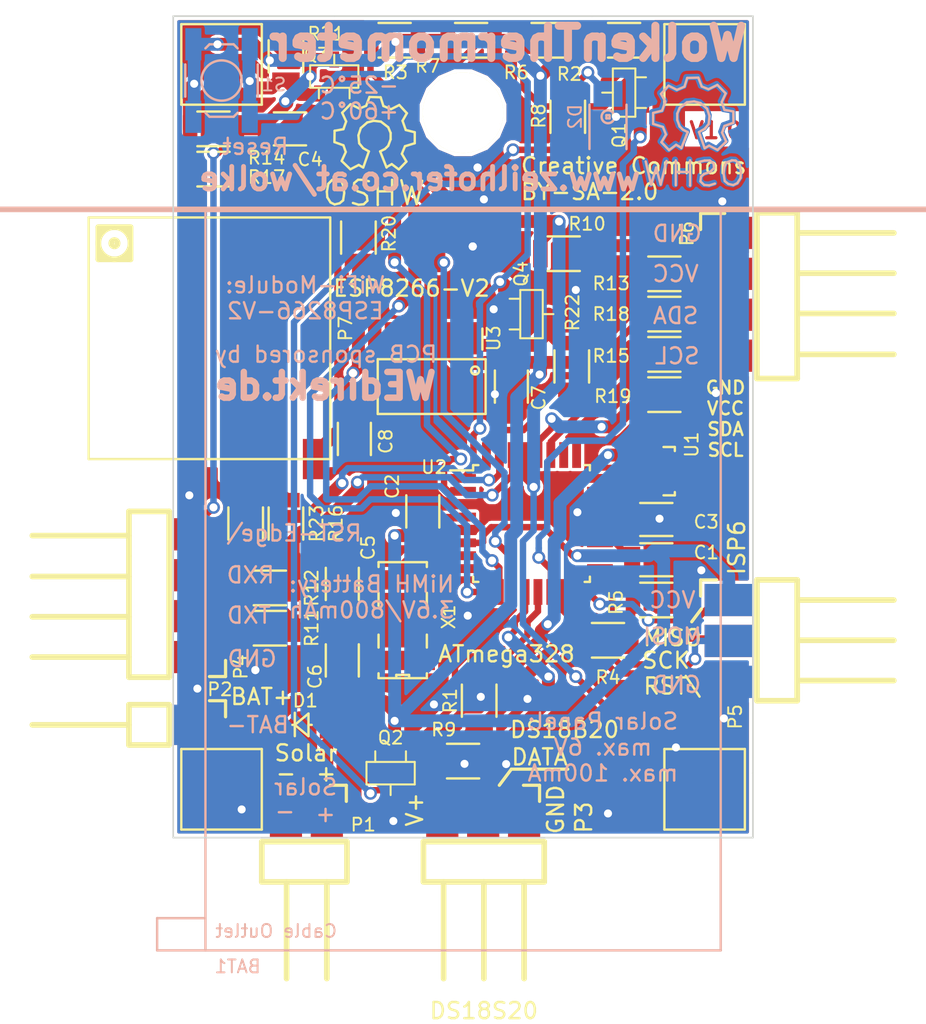
<source format=kicad_pcb>
(kicad_pcb (version 4) (host pcbnew 0.201501280107+5391~20~ubuntu14.10.1-product)
  (layers (0 F.Cu signal) (31 B.Cu signal hide) (34 B.Paste user) (35 F.Paste user) (36 B.SilkS user) (37 F.SilkS user) (38 B.Mask user) (39 F.Mask user) (44 Edge.Cuts user))
  (net 0 "")
  (net 1 VCC)
  (net 2 GND)
  (net 3 /RST\)
  (net 4 /VCC_WiFi)
  (net 5 /XTAL1)
  (net 6 /XTAL2)
  (net 7 /RXD)
  (net 8 /TXD)
  (net 9 "Net-(D1-PadA)")
  (net 10 "Net-(P3-Pad3)")
  (net 11 /UTXD)
  (net 12 /CH_PD\)
  (net 13 /URXD)
  (net 14 "Net-(Q1-PadD)")
  (net 15 /A6)
  (net 16 "Net-(C3-Pad1)")
  (net 17 /D8)
  (net 18 "Net-(P4-Pad2)")
  (net 19 "Net-(P4-Pad3)")
  (net 20 /D12)
  (net 21 /D13)
  (net 22 /D11)
  (net 23 "Net-(P6-Pad3)")
  (net 24 "Net-(P6-Pad4)")
  (net 25 /D4)
  (net 26 /D5)
  (net 27 /D10)
  (net 28 /D9)
  (net 29 /D3)
  (net 30 "Net-(Q4-PadD)")
  (net 31 /A4)
  (net 32 /A5)
  (net 33 /D7)
  (net 34 /D6)
  (net 35 /D2)
  (net 36 /A0)
  (net 37 /A1)
  (net 38 /A2)
  (net 39 /A3)
  (net 40 "Net-(U3-Pad5)")
  (net 41 /RST\_WiFi)
  (net 42 /Ard.RST\)
  (net 43 "Net-(D2-PadA)")
  (module zeilhofer:Battery-Pack-3xAAA (layer B.Cu) (at 125 114)
    (fp_text reference BAT1 (at -14 24) (layer B.SilkS) (effects (font (size 0.8 0.8) (thickness 0.12)) (justify mirror)))
    (fp_text value 3.6V/800mAh/NiMH (at 0.25 -15.25) (layer B.SilkS) (effects (font (size 0.01 0.01) (thickness 0.001)) (justify mirror)))
    (fp_text user "Cable Outlet" (at -11.6 21.8) (layer B.SilkS) (effects (font (size 0.8 0.8) (thickness 0.12)) (justify mirror)))
  )
  (module LEDs:LED-1206 (layer B.Cu) (at 134 85.25 270)
    (fp_text reference D2 (at 0 2.050001 270) (layer B.SilkS) (effects (font (size 0.8 0.8) (thickness 0.12)) (justify mirror)))
    (fp_text value green (at 0 -1.524 270) (layer B.SilkS) (effects (font (size 0.01 0.01) (thickness 0.001)) (justify mirror)))
    (pad A smd rect (at -1.41986 0 270) (size 1.59766 1.80086) (layers B.Cu B.Paste B.Mask) (net 43 "Net-(D2-PadA)"))
    (pad K smd rect (at 1.41986 0 270) (size 1.59766 1.80086) (layers B.Cu B.Paste B.Mask) (net 2 GND))
  )
  (module Symbols:Symbol_OSHW-Logo_CopperTop (layer B.Cu) (at 139.25 85.25 180)
    (fp_text reference Symbol_OSHW-Logo_CopperTop hide)
    (fp_text value VAL** hide)
    (fp_line (start 1.66878 -2.68986) (end 2.02946 -4.16052) (layer B.Cu) (width 0.381))
    (fp_line (start 2.02946 -4.16052) (end 2.30886 -3.0988) (layer B.Cu) (width 0.381))
    (fp_line (start 2.30886 -3.0988) (end 2.61874 -4.17068) (layer B.Cu) (width 0.381))
    (fp_line (start 2.61874 -4.17068) (end 2.9591 -2.72034) (layer B.Cu) (width 0.381))
    (fp_line (start 0.24892 -3.38074) (end 1.03886 -3.37058) (layer B.Cu) (width 0.381))
    (fp_line (start 1.03886 -3.37058) (end 1.04902 -3.38074) (layer B.Cu) (width 0.381))
    (fp_line (start 1.04902 -3.38074) (end 1.04902 -3.37058) (layer B.Cu) (width 0.381))
    (fp_line (start 1.08966 -2.65938) (end 1.08966 -4.20116) (layer B.Cu) (width 0.381))
    (fp_line (start 0.20066 -2.64922) (end 0.20066 -4.21894) (layer B.Cu) (width 0.381))
    (fp_line (start 0.20066 -4.21894) (end 0.21082 -4.20878) (layer B.Cu) (width 0.381))
    (fp_line (start -0.35052 -2.75082) (end -0.70104 -2.66954) (layer B.Cu) (width 0.381))
    (fp_line (start -0.70104 -2.66954) (end -1.02108 -2.65938) (layer B.Cu) (width 0.381))
    (fp_line (start -1.02108 -2.65938) (end -1.25984 -2.86004) (layer B.Cu) (width 0.381))
    (fp_line (start -1.25984 -2.86004) (end -1.29032 -3.12928) (layer B.Cu) (width 0.381))
    (fp_line (start -1.29032 -3.12928) (end -1.04902 -3.37058) (layer B.Cu) (width 0.381))
    (fp_line (start -1.04902 -3.37058) (end -0.6604 -3.50012) (layer B.Cu) (width 0.381))
    (fp_line (start -0.6604 -3.50012) (end -0.48006 -3.66014) (layer B.Cu) (width 0.381))
    (fp_line (start -0.48006 -3.66014) (end -0.43942 -3.95986) (layer B.Cu) (width 0.381))
    (fp_line (start -0.43942 -3.95986) (end -0.67056 -4.18084) (layer B.Cu) (width 0.381))
    (fp_line (start -0.67056 -4.18084) (end -0.9906 -4.20878) (layer B.Cu) (width 0.381))
    (fp_line (start -0.9906 -4.20878) (end -1.34112 -4.09956) (layer B.Cu) (width 0.381))
    (fp_line (start -2.37998 -2.64922) (end -2.6289 -2.66954) (layer B.Cu) (width 0.381))
    (fp_line (start -2.6289 -2.66954) (end -2.8702 -2.91084) (layer B.Cu) (width 0.381))
    (fp_line (start -2.8702 -2.91084) (end -2.9591 -3.40106) (layer B.Cu) (width 0.381))
    (fp_line (start -2.9591 -3.40106) (end -2.93116 -3.74904) (layer B.Cu) (width 0.381))
    (fp_line (start -2.93116 -3.74904) (end -2.7305 -4.06908) (layer B.Cu) (width 0.381))
    (fp_line (start -2.7305 -4.06908) (end -2.47904 -4.191) (layer B.Cu) (width 0.381))
    (fp_line (start -2.47904 -4.191) (end -2.16916 -4.11988) (layer B.Cu) (width 0.381))
    (fp_line (start -2.16916 -4.11988) (end -1.95072 -3.93954) (layer B.Cu) (width 0.381))
    (fp_line (start -1.95072 -3.93954) (end -1.8796 -3.4798) (layer B.Cu) (width 0.381))
    (fp_line (start -1.8796 -3.4798) (end -1.9304 -3.07086) (layer B.Cu) (width 0.381))
    (fp_line (start -1.9304 -3.07086) (end -2.03962 -2.78892) (layer B.Cu) (width 0.381))
    (fp_line (start -2.03962 -2.78892) (end -2.4003 -2.65938) (layer B.Cu) (width 0.381))
    (fp_line (start -1.78054 -0.92964) (end -2.03962 -1.49098) (layer B.Cu) (width 0.381))
    (fp_line (start -2.03962 -1.49098) (end -1.50114 -2.00914) (layer B.Cu) (width 0.381))
    (fp_line (start -1.50114 -2.00914) (end -0.98044 -1.7399) (layer B.Cu) (width 0.381))
    (fp_line (start -0.98044 -1.7399) (end -0.70104 -1.89992) (layer B.Cu) (width 0.381))
    (fp_line (start 0.73914 -1.8796) (end 1.06934 -1.6891) (layer B.Cu) (width 0.381))
    (fp_line (start 1.06934 -1.6891) (end 1.50876 -2.0193) (layer B.Cu) (width 0.381))
    (fp_line (start 1.50876 -2.0193) (end 1.9812 -1.52908) (layer B.Cu) (width 0.381))
    (fp_line (start 1.9812 -1.52908) (end 1.69926 -1.04902) (layer B.Cu) (width 0.381))
    (fp_line (start 1.69926 -1.04902) (end 1.88976 -0.57912) (layer B.Cu) (width 0.381))
    (fp_line (start 1.88976 -0.57912) (end 2.49936 -0.39116) (layer B.Cu) (width 0.381))
    (fp_line (start 2.49936 -0.39116) (end 2.49936 0.28956) (layer B.Cu) (width 0.381))
    (fp_line (start 2.49936 0.28956) (end 1.94056 0.42926) (layer B.Cu) (width 0.381))
    (fp_line (start 1.94056 0.42926) (end 1.7399 1.00076) (layer B.Cu) (width 0.381))
    (fp_line (start 1.7399 1.00076) (end 2.00914 1.47066) (layer B.Cu) (width 0.381))
    (fp_line (start 2.00914 1.47066) (end 1.53924 1.9812) (layer B.Cu) (width 0.381))
    (fp_line (start 1.53924 1.9812) (end 1.02108 1.71958) (layer B.Cu) (width 0.381))
    (fp_line (start 1.02108 1.71958) (end 0.55118 1.92024) (layer B.Cu) (width 0.381))
    (fp_line (start 0.55118 1.92024) (end 0.381 2.46126) (layer B.Cu) (width 0.381))
    (fp_line (start 0.381 2.46126) (end -0.30988 2.47904) (layer B.Cu) (width 0.381))
    (fp_line (start -0.30988 2.47904) (end -0.5207 1.9304) (layer B.Cu) (width 0.381))
    (fp_line (start -0.5207 1.9304) (end -0.9398 1.76022) (layer B.Cu) (width 0.381))
    (fp_line (start -0.9398 1.76022) (end -1.49098 2.02946) (layer B.Cu) (width 0.381))
    (fp_line (start -1.49098 2.02946) (end -2.00914 1.50114) (layer B.Cu) (width 0.381))
    (fp_line (start -2.00914 1.50114) (end -1.76022 0.96012) (layer B.Cu) (width 0.381))
    (fp_line (start -1.76022 0.96012) (end -1.9304 0.48006) (layer B.Cu) (width 0.381))
    (fp_line (start -1.9304 0.48006) (end -2.47904 0.381) (layer B.Cu) (width 0.381))
    (fp_line (start -2.47904 0.381) (end -2.4892 -0.32004) (layer B.Cu) (width 0.381))
    (fp_line (start -2.4892 -0.32004) (end -1.9304 -0.5207) (layer B.Cu) (width 0.381))
    (fp_line (start -1.9304 -0.5207) (end -1.7907 -0.91948) (layer B.Cu) (width 0.381))
    (fp_line (start 0.35052 -0.89916) (end 0.65024 -0.7493) (layer B.Cu) (width 0.381))
    (fp_line (start 0.65024 -0.7493) (end 0.8509 -0.55118) (layer B.Cu) (width 0.381))
    (fp_line (start 0.8509 -0.55118) (end 1.00076 -0.14986) (layer B.Cu) (width 0.381))
    (fp_line (start 1.00076 -0.14986) (end 1.00076 0.24892) (layer B.Cu) (width 0.381))
    (fp_line (start 1.00076 0.24892) (end 0.8509 0.59944) (layer B.Cu) (width 0.381))
    (fp_line (start 0.8509 0.59944) (end 0.39878 0.94996) (layer B.Cu) (width 0.381))
    (fp_line (start 0.39878 0.94996) (end -0.0508 1.00076) (layer B.Cu) (width 0.381))
    (fp_line (start -0.0508 1.00076) (end -0.44958 0.89916) (layer B.Cu) (width 0.381))
    (fp_line (start -0.44958 0.89916) (end -0.8509 0.55118) (layer B.Cu) (width 0.381))
    (fp_line (start -0.8509 0.55118) (end -1.00076 0.09906) (layer B.Cu) (width 0.381))
    (fp_line (start -1.00076 0.09906) (end -0.94996 -0.39878) (layer B.Cu) (width 0.381))
    (fp_line (start -0.94996 -0.39878) (end -0.70104 -0.70104) (layer B.Cu) (width 0.381))
    (fp_line (start -0.70104 -0.70104) (end -0.35052 -0.89916) (layer B.Cu) (width 0.381))
    (fp_line (start -0.35052 -0.89916) (end -0.70104 -1.89992) (layer B.Cu) (width 0.381))
    (fp_line (start 0.35052 -0.89916) (end 0.7493 -1.89992) (layer B.Cu) (width 0.381))
  )
  (module Diodes_SMD:Diode-MiniMELF_Handsoldering (layer F.Cu) (at 115 123 180)
    (fp_text reference D1 (at -0.2 1.5 180) (layer F.SilkS) (effects (font (size 0.8 0.8) (thickness 0.12))))
    (fp_text value LL4148 hide)
    (pad A smd rect (at -2.75082 0 180) (size 3.29946 1.69926) (layers F.Cu F.Paste F.Mask) (net 9 "Net-(D1-PadA)"))
    (pad K smd rect (at 2.75082 0 180) (size 3.29946 1.69926) (layers F.Cu F.Paste F.Mask) (net 1 VCC))
  )
  (module zeilhofer:sot23-gsd (layer F.Cu) (at 135 83.75 90)
    (fp_text reference Q1 (at -2.65 -0.3 90) (layer F.SilkS) (effects (font (size 0.8 0.8) (thickness 0.12))))
    (fp_text value BSS123 hide)
    (pad G smd rect (at -0.9525 1.05664 90) (size 0.59944 1.00076) (layers F.Cu F.Paste F.Mask) (net 27 /D10))
    (pad D smd rect (at 0 -1.05664 90) (size 0.59944 1.00076) (layers F.Cu F.Paste F.Mask) (net 14 "Net-(Q1-PadD)"))
    (pad S smd rect (at 0.9525 1.05664 90) (size 0.59944 1.00076) (layers F.Cu F.Paste F.Mask) (net 2 GND))
  )
  (module zeilhofer:sot23-gsd (layer F.Cu) (at 120.5 126 180)
    (fp_text reference Q2 (at 0 2.2 180) (layer F.SilkS) (effects (font (size 0.8 0.8) (thickness 0.12))))
    (fp_text value BSS308 hide)
    (pad G smd rect (at -0.9525 1.05664 180) (size 0.59944 1.00076) (layers F.Cu F.Paste F.Mask) (net 28 /D9))
    (pad D smd rect (at 0 -1.05664 180) (size 0.59944 1.00076) (layers F.Cu F.Paste F.Mask) (net 10 "Net-(P3-Pad3)"))
    (pad S smd rect (at 0.9525 1.05664 180) (size 0.59944 1.00076) (layers F.Cu F.Paste F.Mask) (net 1 VCC))
  )
  (module zeilhofer:sot23-gsd (layer F.Cu) (at 117 82.75)
    (fp_text reference Q3 (at -1.1 -1.35) (layer F.SilkS) (effects (font (size 0.8 0.8) (thickness 0.12))))
    (fp_text value BSS123 hide)
    (pad G smd rect (at -0.9525 1.05664) (size 0.59944 1.00076) (layers F.Cu F.Paste F.Mask) (net 29 /D3))
    (pad D smd rect (at 0 -1.05664) (size 0.59944 1.00076) (layers F.Cu F.Paste F.Mask) (net 42 /Ard.RST\))
    (pad S smd rect (at 0.9525 1.05664) (size 0.59944 1.00076) (layers F.Cu F.Paste F.Mask) (net 2 GND))
  )
  (module Housings_SOT-23_SOT-143_TSOT-6:SOT23_Handsoldering (layer F.Cu) (at 137.5 107.25 270)
    (fp_text reference U1 (at -1.65 -1.7 270) (layer F.SilkS) (effects (font (size 0.8 0.8) (thickness 0.12))))
    (fp_text value LM431SCCM32X (at 0 3.81 270) (layer F.SilkS) (effects (font (size 0.01 0.01) (thickness 0.001))))
    (pad 1 smd rect (at -0.95 1.50114 270) (size 0.8001 1.80086) (layers F.Cu F.Paste F.Mask) (net 16 "Net-(C3-Pad1)"))
    (pad 2 smd rect (at 0.95 1.50114 270) (size 0.8001 1.80086) (layers F.Cu F.Paste F.Mask) (net 16 "Net-(C3-Pad1)"))
    (pad 3 smd rect (at 0 -1.50114 270) (size 0.8001 1.80086) (layers F.Cu F.Paste F.Mask) (net 2 GND))
  )
  (module git_xtal:Resonator_7.2x3mm (layer F.Cu) (at 121.25 116.5 90)
    (fp_text reference X1 (at 0.2 2.85 90) (layer F.SilkS) (effects (font (size 0.8 0.8) (thickness 0.12))))
    (fp_text value "RESONATOR 8MHz" (at 0 3.5 90) (layer F.SilkS) (effects (font (size 0.01 0.01) (thickness 0.001))))
    (pad 1 smd rect (at -2.5 0 90) (size 1.2 4) (layers F.Cu F.Paste F.Mask) (net 6 /XTAL2))
    (pad 2 smd rect (at 0 0 90) (size 1.4 4) (layers F.Cu F.Paste F.Mask) (net 2 GND))
    (pad 3 smd rect (at 2.5 0 90) (size 1.2 4) (layers F.Cu F.Paste F.Mask) (net 5 /XTAL1))
  )
  (module Capacitors_SMD:C_1206 (layer F.Cu) (at 117.5 119 90)
    (fp_text reference C6 (at -1 -1.7 90) (layer F.SilkS) (effects (font (size 0.8 0.8) (thickness 0.12))))
    (fp_text value DNP (at 0 2.3 90) (layer F.SilkS) (effects (font (size 0.01 0.01) (thickness 0.001))))
    (pad 1 smd rect (at -1.5 0 90) (size 1 1.6) (layers F.Cu F.Paste F.Mask) (net 6 /XTAL2))
    (pad 2 smd rect (at 1.5 0 90) (size 1 1.6) (layers F.Cu F.Paste F.Mask) (net 2 GND))
  )
  (module Capacitors_SMD:C_1206 (layer F.Cu) (at 117.5 114.25 270)
    (fp_text reference C5 (at -2.25 -1.6 270) (layer F.SilkS) (effects (font (size 0.8 0.8) (thickness 0.12))))
    (fp_text value DNP (at 0 2.3 270) (layer F.SilkS) (effects (font (size 0.01 0.01) (thickness 0.001))))
    (pad 1 smd rect (at -1.5 0 270) (size 1 1.6) (layers F.Cu F.Paste F.Mask) (net 5 /XTAL1))
    (pad 2 smd rect (at 1.5 0 270) (size 1 1.6) (layers F.Cu F.Paste F.Mask) (net 2 GND))
  )
  (module Capacitors_SMD:C_1206 (layer F.Cu) (at 114.25 86 180)
    (fp_text reference C4 (at -1.25 -1.9 180) (layer F.SilkS) (effects (font (size 0.8 0.8) (thickness 0.12))))
    (fp_text value 100n (at 0 2.3 180) (layer F.SilkS) (effects (font (size 0.01 0.01) (thickness 0.001))))
    (pad 1 smd rect (at -1.5 0 180) (size 1 1.6) (layers F.Cu F.Paste F.Mask) (net 3 /RST\))
    (pad 2 smd rect (at 1.5 0 180) (size 1 1.6) (layers F.Cu F.Paste F.Mask) (net 42 /Ard.RST\))
  )
  (module Capacitors_SMD:C_1206 (layer F.Cu) (at 137 110.25)
    (fp_text reference C3 (at 3.1 0.15) (layer F.SilkS) (effects (font (size 0.8 0.8) (thickness 0.12))))
    (fp_text value 100n (at 0 2.3) (layer F.SilkS) (effects (font (size 0.01 0.01) (thickness 0.001))))
    (pad 1 smd rect (at -1.5 0) (size 1 1.6) (layers F.Cu F.Paste F.Mask) (net 16 "Net-(C3-Pad1)"))
    (pad 2 smd rect (at 1.5 0) (size 1 1.6) (layers F.Cu F.Paste F.Mask) (net 2 GND))
  )
  (module Capacitors_SMD:C_1206 (layer F.Cu) (at 122.5 109.75 90)
    (fp_text reference C2 (at 1.55 -1.9 90) (layer F.SilkS) (effects (font (size 0.8 0.8) (thickness 0.12))))
    (fp_text value 10u/10V/X7R (at 0 2.3 90) (layer F.SilkS) (effects (font (size 0.01 0.01) (thickness 0.001))))
    (pad 1 smd rect (at -1.5 0 90) (size 1 1.6) (layers F.Cu F.Paste F.Mask) (net 1 VCC))
    (pad 2 smd rect (at 1.5 0 90) (size 1 1.6) (layers F.Cu F.Paste F.Mask) (net 2 GND))
  )
  (module Capacitors_SMD:C_1206 (layer F.Cu) (at 137 112.75)
    (fp_text reference C1 (at 3.1 -0.45) (layer F.SilkS) (effects (font (size 0.8 0.8) (thickness 0.12))))
    (fp_text value 100n (at 0 2.3) (layer F.SilkS) (effects (font (size 0.01 0.01) (thickness 0.001))))
    (pad 1 smd rect (at -1.5 0) (size 1 1.6) (layers F.Cu F.Paste F.Mask) (net 15 /A6))
    (pad 2 smd rect (at 1.5 0) (size 1 1.6) (layers F.Cu F.Paste F.Mask) (net 2 GND))
  )
  (module Capacitors_SMD:C_1206 (layer F.Cu) (at 128 102 270)
    (fp_text reference C7 (at 0.7 -1.7 270) (layer F.SilkS) (effects (font (size 0.8 0.8) (thickness 0.12))))
    (fp_text value 10u/10V/X7R (at 0 2.3 270) (layer F.SilkS) (effects (font (size 0.01 0.01) (thickness 0.001))))
    (pad 1 smd rect (at -1.5 0 270) (size 1 1.6) (layers F.Cu F.Paste F.Mask) (net 1 VCC))
    (pad 2 smd rect (at 1.5 0 270) (size 1 1.6) (layers F.Cu F.Paste F.Mask) (net 2 GND))
  )
  (module Capacitors_SMD:C_1206 (layer F.Cu) (at 118.25 105.25 270)
    (fp_text reference C8 (at 0.15 -1.95 270) (layer F.SilkS) (effects (font (size 0.8 0.8) (thickness 0.12))))
    (fp_text value 10u/10V/X7R (at 0 2.3 270) (layer F.SilkS) (effects (font (size 0.01 0.01) (thickness 0.001))))
    (pad 1 smd rect (at -1.5 0 270) (size 1 1.6) (layers F.Cu F.Paste F.Mask) (net 4 /VCC_WiFi))
    (pad 2 smd rect (at 1.5 0 270) (size 1 1.6) (layers F.Cu F.Paste F.Mask) (net 2 GND))
  )
  (module wifi-sensor:Solar-Panel_60x60mm (layer B.Cu) (at 125 121)
    (fp_text reference G1 (at -28 31) (layer B.SilkS) (effects (font (size 0.8 0.8) (thickness 0.12)) (justify mirror)))
    (fp_text value "Solar Panel 6V/0.5W" (at 0 -28) (layer B.SilkS) (effects (font (size 0.01 0.01) (thickness 0.001)) (justify mirror)))
  )
  (module zeilhofer:ESP8266-V2 (layer F.Cu) (at 115.75 99 90)
    (fp_text reference P7 (at 0.6 1.95 90) (layer F.SilkS) (effects (font (size 0.8 0.8) (thickness 0.12))))
    (fp_text value WIFI (at -5.5 -14.8 90) (layer F.SilkS) (effects (font (size 0.01 0.01) (thickness 0.001))))
    (pad 7 smd rect (at -7.5 0 90) (size 2.5 1.4) (layers F.Cu F.Paste F.Mask) (net 4 /VCC_WiFi))
    (pad 1 smd rect (at -7.5 -2.54 90) (size 2.5 1.4) (layers F.Cu F.Paste F.Mask) (net 11 /UTXD))
    (pad 8 smd rect (at -7.5 -5.08 90) (size 2.5 1.4) (layers F.Cu F.Paste F.Mask) (net 13 /URXD))
    (pad 2 smd rect (at -7.5 -7.62 90) (size 2.5 1.4) (layers F.Cu F.Paste F.Mask) (net 2 GND))
    (pad 3 smd rect (at 7.5 0 90) (size 2.5 1.4) (layers F.Cu F.Paste F.Mask) (net 12 /CH_PD\))
    (pad 6 smd rect (at 7.5 -2.54 90) (size 2.5 1.4) (layers F.Cu F.Paste F.Mask) (net 25 /D4))
    (pad 4 smd rect (at 7.5 -5.08 90) (size 2.5 1.4) (layers F.Cu F.Paste F.Mask) (net 26 /D5))
    (pad 5 smd rect (at 7.5 -7.62 90) (size 2.5 1.4) (layers F.Cu F.Paste F.Mask) (net 41 /RST\_WiFi))
  )
  (module zeilhofer:sot23-gsd (layer F.Cu) (at 129.25 97.5 270)
    (fp_text reference Q4 (at -2.5 0.65 270) (layer F.SilkS) (effects (font (size 0.8 0.8) (thickness 0.12))))
    (fp_text value BSS123 hide)
    (pad G smd rect (at -0.9525 1.05664 270) (size 0.59944 1.00076) (layers F.Cu F.Paste F.Mask) (net 29 /D3))
    (pad D smd rect (at 0 -1.05664 270) (size 0.59944 1.00076) (layers F.Cu F.Paste F.Mask) (net 30 "Net-(Q4-PadD)"))
    (pad S smd rect (at 0.9525 1.05664 270) (size 0.59944 1.00076) (layers F.Cu F.Paste F.Mask) (net 2 GND))
  )
  (module Housings_QFP:TQFP-32_7x7mm_Pitch0.8mm (layer F.Cu) (at 129.25 110.5)
    (fp_text reference U2 (at -6.05 -3.5) (layer F.SilkS) (effects (font (size 0.8 0.8) (thickness 0.12))))
    (fp_text value ATMEGA328P-A (at 0 6.05) (layer F.SilkS) (effects (font (size 0.01 0.01) (thickness 0.001))))
    (pad 1 smd rect (at -4.25 -2.8) (size 1.6 0.55) (layers F.Cu F.Paste F.Mask) (net 29 /D3))
    (pad 2 smd rect (at -4.25 -2) (size 1.6 0.55) (layers F.Cu F.Paste F.Mask) (net 25 /D4))
    (pad 3 smd rect (at -4.25 -1.2) (size 1.6 0.55) (layers F.Cu F.Paste F.Mask) (net 2 GND))
    (pad 4 smd rect (at -4.25 -0.4) (size 1.6 0.55) (layers F.Cu F.Paste F.Mask) (net 1 VCC))
    (pad 5 smd rect (at -4.25 0.4) (size 1.6 0.55) (layers F.Cu F.Paste F.Mask) (net 2 GND))
    (pad 6 smd rect (at -4.25 1.2) (size 1.6 0.55) (layers F.Cu F.Paste F.Mask) (net 1 VCC))
    (pad 7 smd rect (at -4.25 2) (size 1.6 0.55) (layers F.Cu F.Paste F.Mask) (net 5 /XTAL1))
    (pad 8 smd rect (at -4.25 2.8) (size 1.6 0.55) (layers F.Cu F.Paste F.Mask) (net 6 /XTAL2))
    (pad 9 smd rect (at -2.8 4.25 90) (size 1.6 0.55) (layers F.Cu F.Paste F.Mask) (net 26 /D5))
    (pad 10 smd rect (at -2 4.25 90) (size 1.6 0.55) (layers F.Cu F.Paste F.Mask) (net 34 /D6))
    (pad 11 smd rect (at -1.2 4.25 90) (size 1.6 0.55) (layers F.Cu F.Paste F.Mask) (net 33 /D7))
    (pad 12 smd rect (at -0.4 4.25 90) (size 1.6 0.55) (layers F.Cu F.Paste F.Mask) (net 17 /D8))
    (pad 13 smd rect (at 0.4 4.25 90) (size 1.6 0.55) (layers F.Cu F.Paste F.Mask) (net 28 /D9))
    (pad 14 smd rect (at 1.2 4.25 90) (size 1.6 0.55) (layers F.Cu F.Paste F.Mask) (net 27 /D10))
    (pad 15 smd rect (at 2 4.25 90) (size 1.6 0.55) (layers F.Cu F.Paste F.Mask) (net 22 /D11))
    (pad 16 smd rect (at 2.8 4.25 90) (size 1.6 0.55) (layers F.Cu F.Paste F.Mask) (net 20 /D12))
    (pad 17 smd rect (at 4.25 2.8) (size 1.6 0.55) (layers F.Cu F.Paste F.Mask) (net 21 /D13))
    (pad 18 smd rect (at 4.25 2) (size 1.6 0.55) (layers F.Cu F.Paste F.Mask) (net 1 VCC))
    (pad 19 smd rect (at 4.25 1.2) (size 1.6 0.55) (layers F.Cu F.Paste F.Mask) (net 15 /A6))
    (pad 20 smd rect (at 4.25 0.4) (size 1.6 0.55) (layers F.Cu F.Paste F.Mask) (net 16 "Net-(C3-Pad1)"))
    (pad 21 smd rect (at 4.25 -0.4) (size 1.6 0.55) (layers F.Cu F.Paste F.Mask) (net 2 GND))
    (pad 22 smd rect (at 4.25 -1.2) (size 1.6 0.55) (layers F.Cu F.Paste F.Mask) (net 2 GND))
    (pad 23 smd rect (at 4.25 -2) (size 1.6 0.55) (layers F.Cu F.Paste F.Mask) (net 36 /A0))
    (pad 24 smd rect (at 4.25 -2.8) (size 1.6 0.55) (layers F.Cu F.Paste F.Mask) (net 37 /A1))
    (pad 25 smd rect (at 2.8 -4.25 90) (size 1.6 0.55) (layers F.Cu F.Paste F.Mask) (net 38 /A2))
    (pad 26 smd rect (at 2 -4.25 90) (size 1.6 0.55) (layers F.Cu F.Paste F.Mask) (net 39 /A3))
    (pad 27 smd rect (at 1.2 -4.25 90) (size 1.6 0.55) (layers F.Cu F.Paste F.Mask) (net 31 /A4))
    (pad 28 smd rect (at 0.4 -4.25 90) (size 1.6 0.55) (layers F.Cu F.Paste F.Mask) (net 32 /A5))
    (pad 29 smd rect (at -0.4 -4.25 90) (size 1.6 0.55) (layers F.Cu F.Paste F.Mask) (net 3 /RST\))
    (pad 30 smd rect (at -1.2 -4.25 90) (size 1.6 0.55) (layers F.Cu F.Paste F.Mask) (net 7 /RXD))
    (pad 31 smd rect (at -2 -4.25 90) (size 1.6 0.55) (layers F.Cu F.Paste F.Mask) (net 8 /TXD))
    (pad 32 smd rect (at -2.8 -4.25 90) (size 1.6 0.55) (layers F.Cu F.Paste F.Mask) (net 35 /D2))
  )
  (module git_local_smd_packages:SOT-223-5_1.27mm-pitch (layer F.Cu) (at 123 99 180)
    (fp_text reference U3 (at -3.9 0 270) (layer F.SilkS) (effects (font (size 0.8 0.8) (thickness 0.12))))
    (fp_text value MCP1825T-3002E_DCCT (at 0 2.25 180) (layer F.SilkS) (effects (font (size 0.01 0.01) (thickness 0.001))))
    (pad 1 smd rect (at -2.54 0 180) (size 0.65 2) (layers F.Cu F.Paste F.Mask) (net 30 "Net-(Q4-PadD)"))
    (pad 2 smd rect (at -1.27 0 180) (size 0.65 2) (layers F.Cu F.Paste F.Mask) (net 1 VCC))
    (pad 3 smd rect (at 0 0 180) (size 0.65 2) (layers F.Cu F.Paste F.Mask) (net 2 GND))
    (pad 4 smd rect (at 1.27 0 180) (size 0.65 2) (layers F.Cu F.Paste F.Mask) (net 4 /VCC_WiFi))
    (pad 5 smd rect (at 2.54 0 180) (size 0.65 2) (layers F.Cu F.Paste F.Mask) (net 40 "Net-(U3-Pad5)"))
    (pad 6 smd rect (at 0 -6 180) (size 3.2 2) (layers F.Cu F.Paste F.Mask) (net 2 GND))
  )
  (module wifi-sensor:Switch_SMT_TL3315 (layer B.Cu) (at 110 83 90)
    (fp_text reference S1 (at -0.25 3.25 360) (layer B.SilkS) (effects (font (size 0.8 0.8) (thickness 0.12)) (justify mirror)))
    (fp_text value Reset (at 0.25 -3.75 90) (layer B.SilkS) (effects (font (size 0.01 0.01) (thickness 0.001)) (justify mirror)))
    (pad 1 smd rect (at -2.25 1.75 90) (size 2 1) (layers B.Cu B.Paste B.Mask) (net 29 /D3))
    (pad 1 smd rect (at 2.25 1.75 90) (size 2 1) (layers B.Cu B.Paste B.Mask) (net 29 /D3))
    (pad 2 smd rect (at -2.25 -1.75 90) (size 2 1) (layers B.Cu B.Paste B.Mask) (net 1 VCC))
    (pad 2 smd rect (at 2.25 -1.75 90) (size 2 1) (layers B.Cu B.Paste B.Mask) (net 1 VCC))
  )
  (module wifi-sensor:Holzfuss (layer F.Cu) (at 110 82)
    (fp_text reference Ref** hide)
    (fp_text value Holzfuß (at 0 -0.2) (layer F.SilkS) (effects (font (size 0.01 0.01) (thickness 0.001))))
  )
  (module wifi-sensor:Holzfuss (layer F.Cu) (at 140 82)
    (fp_text reference Ref** hide)
    (fp_text value Holzfuß (at 0 -0.2) (layer F.SilkS) (effects (font (size 0.01 0.01) (thickness 0.001))))
  )
  (module wifi-sensor:Holzfuss (layer F.Cu) (at 140 127)
    (fp_text reference Ref** hide)
    (fp_text value Holzfuß (at 0 -0.2) (layer F.SilkS) (effects (font (size 0.01 0.01) (thickness 0.001))))
  )
  (module wifi-sensor:Holzfuss (layer F.Cu) (at 110 127)
    (fp_text reference Ref** hide)
    (fp_text value Holzfuß (at 0 -0.2) (layer F.SilkS) (effects (font (size 0.01 0.01) (thickness 0.001))))
  )
  (module zeilhofer:Drill-5mm (layer F.Cu) (at 125 85)
    (fp_text reference Drill-5mm hide)
    (fp_text value VAL** (at 0 0) (layer F.SilkS) (effects (font (size 0.01 0.01) (thickness 0.001))))
    (pad "" np_thru_hole circle (at 0 0) (size 5 5) (drill 5) (layers *.Cu *.Mask F.SilkS))
  )
  (module Symbols:Symbol_OSHW-Logo_SilkScreen (layer B.Cu) (at 139.3 85.3 180)
    (fp_text reference Symbol_OSHW-Logo_SilkScreen hide)
    (fp_text value VAL** hide)
  )
  (module wifi-sensor:Pinheader_01x04_Edge_SMT (layer F.Cu) (at 108.5 116.25 180)
    (fp_text reference P4 (at -2.7 -3.15 450) (layer F.SilkS) (effects (font (size 0.8 0.8) (thickness 0.12))))
    (fp_text value Arduino-Programming (at 12.25 -0.04 270) (layer F.SilkS) (effects (font (size 0.01 0.01) (thickness 0.001))))
    (pad 1 smd rect (at 0 -2.54 180) (size 3 2) (layers F.Cu F.Paste F.Mask) (net 2 GND))
    (pad 2 smd rect (at 0 0 180) (size 3 2) (layers F.Cu F.Paste F.Mask) (net 18 "Net-(P4-Pad2)"))
    (pad 3 smd rect (at 0 2.54 180) (size 3 2) (layers F.Cu F.Paste F.Mask) (net 19 "Net-(P4-Pad3)"))
    (pad 4 smd rect (at 0 5.08 180) (size 3 2) (layers F.Cu F.Paste F.Mask) (net 42 /Ard.RST\))
  )
  (module wifi-sensor:Pinheader_01x02_Edge_SMT (layer F.Cu) (at 114 128.5 270)
    (fp_text reference P1 (at 0.7 -4.8 360) (layer F.SilkS) (effects (font (size 0.8 0.8) (thickness 0.12))))
    (fp_text value SolarPanel (at 12.25 -0.04 360) (layer F.SilkS) (effects (font (size 0.01 0.01) (thickness 0.001))))
    (pad 1 smd rect (at 0 -2.54 270) (size 3 2) (layers F.Cu F.Paste F.Mask) (net 9 "Net-(D1-PadA)"))
    (pad 2 smd rect (at 0 0 270) (size 3 2) (layers F.Cu F.Paste F.Mask) (net 2 GND))
  )
  (module wifi-sensor:Pinheader_02x01_Edge_SMT (layer F.Cu) (at 108.5 123 180)
    (fp_text reference P2 (at -1.4 2.2 180) (layer F.SilkS) (effects (font (size 0.8 0.8) (thickness 0.12))))
    (fp_text value Battery (at 12 0 270) (layer F.SilkS) (effects (font (size 0.01 0.01) (thickness 0.001))))
    (pad 1 smd rect (at 0 0 180) (size 3 2.5) (layers F.Cu F.Paste F.Mask) (net 1 VCC))
    (pad 2 smd rect (at 0 0 180) (size 3 2.5) (layers B.Cu B.Paste B.Mask) (net 2 GND))
  )
  (module wifi-sensor:Pinheader_02x03_Edge_SMT (layer F.Cu) (at 141.5 115.25)
    (fp_text reference P5 (at 0.4 7.25 90) (layer F.SilkS) (effects (font (size 0.8 0.8) (thickness 0.12))))
    (fp_text value "ISP 6-pin" (at -0.5 -3.5) (layer F.SilkS) (effects (font (size 0.01 0.01) (thickness 0.001))))
    (pad 1 smd rect (at 0 0) (size 3 2) (layers F.Cu F.Paste F.Mask) (net 20 /D12))
    (pad 2 smd rect (at 0 0) (size 3 2) (layers B.Cu B.Paste B.Mask) (net 1 VCC))
    (pad 3 smd rect (at 0 2.54) (size 3 2) (layers F.Cu F.Paste F.Mask) (net 21 /D13))
    (pad 4 smd rect (at 0 2.54) (size 3 2) (layers B.Cu B.Paste B.Mask) (net 22 /D11))
    (pad 5 smd rect (at 0 5.08) (size 3 2) (layers F.Cu F.Paste F.Mask) (net 3 /RST\))
    (pad 6 smd rect (at 0 5.08) (size 3 2) (layers B.Cu B.Paste B.Mask) (net 2 GND))
  )
  (module wifi-sensor:Pinheader_01x04_Edge_SMT (layer F.Cu) (at 141.5 95)
    (fp_text reference P6 (at -2.6 -2.5 90) (layer F.SilkS) (effects (font (size 0.8 0.8) (thickness 0.12))))
    (fp_text value I2C-Bus (at 12.25 -0.04 90) (layer F.SilkS) (effects (font (size 0.01 0.01) (thickness 0.001))))
    (pad 1 smd rect (at 0 -2.54) (size 3 2) (layers F.Cu F.Paste F.Mask) (net 2 GND))
    (pad 2 smd rect (at 0 0) (size 3 2) (layers F.Cu F.Paste F.Mask) (net 1 VCC))
    (pad 3 smd rect (at 0 2.54) (size 3 2) (layers F.Cu F.Paste F.Mask) (net 23 "Net-(P6-Pad3)"))
    (pad 4 smd rect (at 0 5.08) (size 3 2) (layers F.Cu F.Paste F.Mask) (net 24 "Net-(P6-Pad4)"))
  )
  (module Resistors_SMD:R_1206 (layer F.Cu) (at 126 121.5 90)
    (fp_text reference R1 (at 0 -1.8 90) (layer F.SilkS) (effects (font (size 0.8 0.8) (thickness 0.12))))
    (fp_text value 1k (at 0 2.3 90) (layer F.SilkS) (effects (font (size 0.01 0.01) (thickness 0.001))))
    (pad 1 smd rect (at -1.45 0 90) (size 0.9 1.7) (layers F.Cu F.Paste F.Mask) (net 10 "Net-(P3-Pad3)"))
    (pad 2 smd rect (at 1.45 0 90) (size 0.9 1.7) (layers F.Cu F.Paste F.Mask) (net 16 "Net-(C3-Pad1)"))
  )
  (module Resistors_SMD:R_1206 (layer F.Cu) (at 135 80.5)
    (fp_text reference R2 (at -3.4 2.1) (layer F.SilkS) (effects (font (size 0.8 0.8) (thickness 0.12))))
    (fp_text value 150R (at 0 2.3) (layer F.SilkS) (effects (font (size 0.01 0.01) (thickness 0.001))))
    (pad 1 smd rect (at -1.45 0) (size 0.9 1.7) (layers F.Cu F.Paste F.Mask) (net 1 VCC))
    (pad 2 smd rect (at 1.45 0) (size 0.9 1.7) (layers F.Cu F.Paste F.Mask) (net 14 "Net-(Q1-PadD)"))
  )
  (module Resistors_SMD:R_1206 (layer F.Cu) (at 120.75 80.5 180)
    (fp_text reference R3 (at -0.05 -2 180) (layer F.SilkS) (effects (font (size 0.8 0.8) (thickness 0.12))))
    (fp_text value 150R (at 0 2.3 180) (layer F.SilkS) (effects (font (size 0.01 0.01) (thickness 0.001))))
    (pad 1 smd rect (at -1.45 0 180) (size 0.9 1.7) (layers F.Cu F.Paste F.Mask) (net 1 VCC))
    (pad 2 smd rect (at 1.45 0 180) (size 0.9 1.7) (layers F.Cu F.Paste F.Mask) (net 14 "Net-(Q1-PadD)"))
  )
  (module Resistors_SMD:R_1206 (layer F.Cu) (at 134 117.75 180)
    (fp_text reference R4 (at 0 -2.3 180) (layer F.SilkS) (effects (font (size 0.8 0.8) (thickness 0.12))))
    (fp_text value 1k (at 0 2.3 180) (layer F.SilkS) (effects (font (size 0.01 0.01) (thickness 0.001))))
    (pad 1 smd rect (at -1.45 0 180) (size 0.9 1.7) (layers F.Cu F.Paste F.Mask) (net 15 /A6))
    (pad 2 smd rect (at 1.45 0 180) (size 0.9 1.7) (layers F.Cu F.Paste F.Mask) (net 10 "Net-(P3-Pad3)"))
  )
  (module Resistors_SMD:R_1206 (layer F.Cu) (at 137 115.25 180)
    (fp_text reference R5 (at 2.5 -0.15 270) (layer F.SilkS) (effects (font (size 0.8 0.8) (thickness 0.12))))
    (fp_text value 1k (at 0 2.3 180) (layer F.SilkS) (effects (font (size 0.01 0.01) (thickness 0.001))))
    (pad 1 smd rect (at -1.45 0 180) (size 0.9 1.7) (layers F.Cu F.Paste F.Mask) (net 2 GND))
    (pad 2 smd rect (at 1.45 0 180) (size 0.9 1.7) (layers F.Cu F.Paste F.Mask) (net 15 /A6))
  )
  (module Resistors_SMD:R_1206 (layer F.Cu) (at 130.25 80.5 180)
    (fp_text reference R6 (at 1.95 -2 180) (layer F.SilkS) (effects (font (size 0.8 0.8) (thickness 0.12))))
    (fp_text value 150R (at 0 2.3 180) (layer F.SilkS) (effects (font (size 0.01 0.01) (thickness 0.001))))
    (pad 1 smd rect (at -1.45 0 180) (size 0.9 1.7) (layers F.Cu F.Paste F.Mask) (net 1 VCC))
    (pad 2 smd rect (at 1.45 0 180) (size 0.9 1.7) (layers F.Cu F.Paste F.Mask) (net 14 "Net-(Q1-PadD)"))
  )
  (module Resistors_SMD:R_1206 (layer F.Cu) (at 125.5 80.5)
    (fp_text reference R7 (at -2.7 1.6) (layer F.SilkS) (effects (font (size 0.8 0.8) (thickness 0.12))))
    (fp_text value 150R (at 0 2.3) (layer F.SilkS) (effects (font (size 0.01 0.01) (thickness 0.001))))
    (pad 1 smd rect (at -1.45 0) (size 0.9 1.7) (layers F.Cu F.Paste F.Mask) (net 1 VCC))
    (pad 2 smd rect (at 1.45 0) (size 0.9 1.7) (layers F.Cu F.Paste F.Mask) (net 14 "Net-(Q1-PadD)"))
  )
  (module Resistors_SMD:R_1206 (layer F.Cu) (at 131.5 85.25 270)
    (fp_text reference R8 (at -0.05 1.8 270) (layer F.SilkS) (effects (font (size 0.8 0.8) (thickness 0.12))))
    (fp_text value 1k (at 0 2.3 270) (layer F.SilkS) (effects (font (size 0.01 0.01) (thickness 0.001))))
    (pad 1 smd rect (at -1.45 0 270) (size 0.9 1.7) (layers F.Cu F.Paste F.Mask) (net 43 "Net-(D2-PadA)"))
    (pad 2 smd rect (at 1.45 0 270) (size 0.9 1.7) (layers F.Cu F.Paste F.Mask) (net 10 "Net-(P3-Pad3)"))
  )
  (module Resistors_SMD:R_1206 (layer F.Cu) (at 125 125.25)
    (fp_text reference R9 (at -1.2 -1.95) (layer F.SilkS) (effects (font (size 0.8 0.8) (thickness 0.12))))
    (fp_text value 4k7 (at 0 2.3) (layer F.SilkS) (effects (font (size 0.01 0.01) (thickness 0.001))))
    (pad 1 smd rect (at -1.45 0) (size 0.9 1.7) (layers F.Cu F.Paste F.Mask) (net 10 "Net-(P3-Pad3)"))
    (pad 2 smd rect (at 1.45 0) (size 0.9 1.7) (layers F.Cu F.Paste F.Mask) (net 17 /D8))
  )
  (module Resistors_SMD:R_1206 (layer F.Cu) (at 131.25 93.75)
    (fp_text reference R10 (at 1.45 -1.85) (layer F.SilkS) (effects (font (size 0.8 0.8) (thickness 0.12))))
    (fp_text value 1k (at 0 2.3) (layer F.SilkS) (effects (font (size 0.01 0.01) (thickness 0.001))))
    (pad 1 smd rect (at -1.45 0) (size 0.9 1.7) (layers F.Cu F.Paste F.Mask) (net 3 /RST\))
    (pad 2 smd rect (at 1.45 0) (size 0.9 1.7) (layers F.Cu F.Paste F.Mask) (net 1 VCC))
  )
  (module Resistors_SMD:R_1206 (layer F.Cu) (at 113 117 180)
    (fp_text reference R11 (at -2.6 0 270) (layer F.SilkS) (effects (font (size 0.8 0.8) (thickness 0.12))))
    (fp_text value 1k (at 0 2.3 180) (layer F.SilkS) (effects (font (size 0.01 0.01) (thickness 0.001))))
    (pad 1 smd rect (at -1.45 0 180) (size 0.9 1.7) (layers F.Cu F.Paste F.Mask) (net 8 /TXD))
    (pad 2 smd rect (at 1.45 0 180) (size 0.9 1.7) (layers F.Cu F.Paste F.Mask) (net 18 "Net-(P4-Pad2)"))
  )
  (module Resistors_SMD:R_1206 (layer F.Cu) (at 113 114.5 180)
    (fp_text reference R12 (at -2.6 0 270) (layer F.SilkS) (effects (font (size 0.8 0.8) (thickness 0.12))))
    (fp_text value 1k (at 0 2.3 180) (layer F.SilkS) (effects (font (size 0.01 0.01) (thickness 0.001))))
    (pad 1 smd rect (at -1.45 0 180) (size 0.9 1.7) (layers F.Cu F.Paste F.Mask) (net 7 /RXD))
    (pad 2 smd rect (at 1.45 0 180) (size 0.9 1.7) (layers F.Cu F.Paste F.Mask) (net 19 "Net-(P4-Pad3)"))
  )
  (module Resistors_SMD:R_1206 (layer F.Cu) (at 137.5 97.5)
    (fp_text reference R13 (at -3.3 -1.9) (layer F.SilkS) (effects (font (size 0.8 0.8) (thickness 0.12))))
    (fp_text value 100R (at 0 2.3) (layer F.SilkS) (effects (font (size 0.01 0.01) (thickness 0.001))))
    (pad 1 smd rect (at -1.45 0) (size 0.9 1.7) (layers F.Cu F.Paste F.Mask) (net 31 /A4))
    (pad 2 smd rect (at 1.45 0) (size 0.9 1.7) (layers F.Cu F.Paste F.Mask) (net 23 "Net-(P6-Pad3)"))
  )
  (module Resistors_SMD:R_1206 (layer F.Cu) (at 109.5 86 180)
    (fp_text reference R14 (at -3.3 -1.8 180) (layer F.SilkS) (effects (font (size 0.8 0.8) (thickness 0.12))))
    (fp_text value 100k (at 0 2.3 180) (layer F.SilkS) (effects (font (size 0.01 0.01) (thickness 0.001))))
    (pad 1 smd rect (at -1.45 0 180) (size 0.9 1.7) (layers F.Cu F.Paste F.Mask) (net 42 /Ard.RST\))
    (pad 2 smd rect (at 1.45 0 180) (size 0.9 1.7) (layers F.Cu F.Paste F.Mask) (net 1 VCC))
  )
  (module Resistors_SMD:R_1206 (layer F.Cu) (at 137.5 100)
    (fp_text reference R15 (at -3.3 0.1) (layer F.SilkS) (effects (font (size 0.8 0.8) (thickness 0.12))))
    (fp_text value 100R (at 0 2.3) (layer F.SilkS) (effects (font (size 0.01 0.01) (thickness 0.001))))
    (pad 1 smd rect (at -1.45 0) (size 0.9 1.7) (layers F.Cu F.Paste F.Mask) (net 32 /A5))
    (pad 2 smd rect (at 1.45 0) (size 0.9 1.7) (layers F.Cu F.Paste F.Mask) (net 24 "Net-(P6-Pad4)"))
  )
  (module Resistors_SMD:R_1206 (layer F.Cu) (at 114 110.5 90)
    (fp_text reference R16 (at 0 3.1 90) (layer F.SilkS) (effects (font (size 0.8 0.8) (thickness 0.12))))
    (fp_text value 10k (at 0 2.3 90) (layer F.SilkS) (effects (font (size 0.01 0.01) (thickness 0.001))))
    (pad 1 smd rect (at -1.45 0 90) (size 0.9 1.7) (layers F.Cu F.Paste F.Mask) (net 7 /RXD))
    (pad 2 smd rect (at 1.45 0 90) (size 0.9 1.7) (layers F.Cu F.Paste F.Mask) (net 11 /UTXD))
  )
  (module Resistors_SMD:R_1206 (layer F.Cu) (at 109.5 88.5 180)
    (fp_text reference R17 (at -3.3 -0.5 180) (layer F.SilkS) (effects (font (size 0.8 0.8) (thickness 0.12))))
    (fp_text value 1k (at 0 2.3 180) (layer F.SilkS) (effects (font (size 0.01 0.01) (thickness 0.001))))
    (pad 1 smd rect (at -1.45 0 180) (size 0.9 1.7) (layers F.Cu F.Paste F.Mask) (net 33 /D7))
    (pad 2 smd rect (at 1.45 0 180) (size 0.9 1.7) (layers F.Cu F.Paste F.Mask) (net 41 /RST\_WiFi))
  )
  (module Resistors_SMD:R_1206 (layer F.Cu) (at 137.5 95 180)
    (fp_text reference R18 (at 3.3 -2.5 180) (layer F.SilkS) (effects (font (size 0.8 0.8) (thickness 0.12))))
    (fp_text value 4k7 (at 0 2.3 180) (layer F.SilkS) (effects (font (size 0.01 0.01) (thickness 0.001))))
    (pad 1 smd rect (at -1.45 0 180) (size 0.9 1.7) (layers F.Cu F.Paste F.Mask) (net 1 VCC))
    (pad 2 smd rect (at 1.45 0 180) (size 0.9 1.7) (layers F.Cu F.Paste F.Mask) (net 31 /A4))
  )
  (module Resistors_SMD:R_1206 (layer F.Cu) (at 137.5 102.5 180)
    (fp_text reference R19 (at 3.2 -0.1 180) (layer F.SilkS) (effects (font (size 0.8 0.8) (thickness 0.12))))
    (fp_text value 4k7 (at 0 2.3 180) (layer F.SilkS) (effects (font (size 0.01 0.01) (thickness 0.001))))
    (pad 1 smd rect (at -1.45 0 180) (size 0.9 1.7) (layers F.Cu F.Paste F.Mask) (net 1 VCC))
    (pad 2 smd rect (at 1.45 0 180) (size 0.9 1.7) (layers F.Cu F.Paste F.Mask) (net 32 /A5))
  )
  (module Resistors_SMD:R_1206 (layer F.Cu) (at 118.5 92.75 90)
    (fp_text reference R20 (at 0.25 1.9 90) (layer F.SilkS) (effects (font (size 0.8 0.8) (thickness 0.12))))
    (fp_text value 1k (at 0 2.3 90) (layer F.SilkS) (effects (font (size 0.01 0.01) (thickness 0.001))))
    (pad 1 smd rect (at -1.45 0 90) (size 0.9 1.7) (layers F.Cu F.Paste F.Mask) (net 34 /D6))
    (pad 2 smd rect (at 1.45 0 90) (size 0.9 1.7) (layers F.Cu F.Paste F.Mask) (net 12 /CH_PD\))
  )
  (module Resistors_SMD:R_1206 (layer F.Cu) (at 114 81.5 270)
    (fp_text reference R21 (at -1.4 -2.5 360) (layer F.SilkS) (effects (font (size 0.8 0.8) (thickness 0.12))))
    (fp_text value 100k (at 0 2.3 270) (layer F.SilkS) (effects (font (size 0.01 0.01) (thickness 0.001))))
    (pad 1 smd rect (at -1.45 0 270) (size 0.9 1.7) (layers F.Cu F.Paste F.Mask) (net 2 GND))
    (pad 2 smd rect (at 1.45 0 270) (size 0.9 1.7) (layers F.Cu F.Paste F.Mask) (net 29 /D3))
  )
  (module Resistors_SMD:R_1206 (layer F.Cu) (at 131.75 100.75 90)
    (fp_text reference R22 (at 3.35 0.05 90) (layer F.SilkS) (effects (font (size 0.8 0.8) (thickness 0.12))))
    (fp_text value 1k (at 0 2.3 90) (layer F.SilkS) (effects (font (size 0.01 0.01) (thickness 0.001))))
    (pad 1 smd rect (at -1.45 0 90) (size 0.9 1.7) (layers F.Cu F.Paste F.Mask) (net 35 /D2))
    (pad 2 smd rect (at 1.45 0 90) (size 0.9 1.7) (layers F.Cu F.Paste F.Mask) (net 30 "Net-(Q4-PadD)"))
  )
  (module Resistors_SMD:R_1206 (layer F.Cu) (at 111.5 110.5 90)
    (fp_text reference R23 (at 0 4.4 90) (layer F.SilkS) (effects (font (size 0.8 0.8) (thickness 0.12))))
    (fp_text value 1k (at 0 2.3 90) (layer F.SilkS) (effects (font (size 0.01 0.01) (thickness 0.001))))
    (pad 1 smd rect (at -1.45 0 90) (size 0.9 1.7) (layers F.Cu F.Paste F.Mask) (net 8 /TXD))
    (pad 2 smd rect (at 1.45 0 90) (size 0.9 1.7) (layers F.Cu F.Paste F.Mask) (net 13 /URXD))
  )
  (module Symbols:Symbol_OSHW-Logo_SilkScreen (layer F.Cu) (at 119.5 86.5)
    (fp_text reference Symbol_OSHW-Logo_SilkScreen hide)
    (fp_text value VAL** hide)
  )
  (module wifi-sensor:Pinheader_01x03_Edge_SMT (layer F.Cu) (at 126.25 128.5 270)
    (fp_text reference P3 (at 0.25 -6.25 270) (layer F.SilkS))
    (fp_text value DS18S20 (at 12.25 -0.04 360) (layer F.SilkS))
    (pad 1 smd rect (at 0 -2.54 270) (size 3 2) (layers F.Cu F.Paste F.Mask) (net 2 GND))
    (pad 2 smd rect (at 0 0 270) (size 3 2) (layers F.Cu F.Paste F.Mask) (net 17 /D8))
    (pad 3 smd rect (at 0 2.54 270) (size 3 2) (layers F.Cu F.Paste F.Mask) (net 10 "Net-(P3-Pad3)"))
  )
  (gr_text "NiMH Battery:\n3.6V/800mAh" (at 119.32 115.07) (layer B.SilkS) (effects (font (size 1 1)) (justify mirror)))
  (gr_text WEdirekt.de (at 116.45 101.97) (layer B.SilkS) (effects (font (size 1.6 1.6) (thickness 0.4)) (justify mirror)))
  (gr_text "PCB sponsored by " (at 116.1 100) (layer B.SilkS) (effects (font (size 1 1)) (justify mirror)))
  (gr_text "-25°C\n+60°C" (at 116 84.1) (layer B.SilkS) (effects (font (size 1 1)) (justify right mirror)))
  (gr_text "Solar Panel:\nmax. 6V\nmax. 100mA" (at 133.68 124.39) (layer B.SilkS) (effects (font (size 1 1)) (justify mirror)))
  (gr_text "GND\nVCC\nSDA\nSCL" (at 141.3 104) (layer F.SilkS) (effects (font (size 0.8 0.8))))
  (gr_text "WiFi-Module:\nESP8266-V2" (at 115.2 96.5) (layer B.SilkS) (effects (font (size 1 1)) (justify mirror)))
  (gr_text ESP8266-V2 (at 121.8 95.9) (layer F.SilkS) (effects (font (size 1 1))))
  (gr_line (start 139.2 116.6) (end 139.8 115.8) (layer F.SilkS) (width 0.2))
  (gr_text ISP6 (at 142 112 90) (layer F.SilkS) (effects (font (size 1 1))))
  (gr_text DS18B20 (at 131.3 123.3) (layer F.SilkS) (effects (font (size 1 1))))
  (gr_text - (at 113.94 128.35) (layer B.SilkS) (effects (font (size 1 1)) (justify mirror)))
  (gr_text + (at 116.46 128.52) (layer B.SilkS) (effects (font (size 1 1)) (justify mirror)))
  (gr_text Solar (at 115.22 126.86) (layer B.SilkS) (effects (font (size 1 1)) (justify mirror)))
  (gr_text www.zeilhofer.co.at/wolke (at 122.3 89.1) (layer B.SilkS) (effects (font (size 1.4 1.4) (thickness 0.3)) (justify mirror)))
  (gr_text BAT+ (at 112.5 121.25) (layer F.SilkS) (effects (font (size 1 1))))
  (gr_text - (at 114 126) (layer F.SilkS) (effects (font (size 1 1))))
  (gr_text Solar (at 115.25 124.75) (layer F.SilkS) (effects (font (size 1 1))))
  (gr_line (start 131 125.75) (end 131.5 125.75) (layer F.SilkS) (width 0.2))
  (gr_line (start 128 125.75) (end 131 125.75) (layer F.SilkS) (width 0.2))
  (gr_line (start 127.25 126.75) (end 128 125.75) (layer F.SilkS) (width 0.2))
  (gr_text ATmega328 (at 127.7 118.6) (layer F.SilkS) (effects (font (size 1 1))))
  (gr_text V+ (at 122 128.25 90) (layer F.SilkS) (effects (font (size 1 1))))
  (gr_text DATA (at 129.75 125) (layer F.SilkS) (effects (font (size 1 1))))
  (gr_text GND (at 130.75 128.25 90) (layer F.SilkS) (effects (font (size 1 1))))
  (gr_line (start 139.75 91.25) (end 139.75 92.25) (layer F.SilkS) (width 0.2))
  (gr_line (start 141.25 91.25) (end 139.75 91.25) (layer F.SilkS) (width 0.2))
  (gr_line (start 110.25 120) (end 110.25 119) (layer F.SilkS) (width 0.2))
  (gr_line (start 109.25 120) (end 110.25 120) (layer F.SilkS) (width 0.2))
  (gr_line (start 110.25 121.5) (end 110.25 122.5) (layer F.SilkS) (width 0.2))
  (gr_line (start 109.25 121.5) (end 110.25 121.5) (layer F.SilkS) (width 0.2))
  (gr_line (start 117.75 126.75) (end 117.75 127.75) (layer F.SilkS) (width 0.2))
  (gr_line (start 116.75 126.75) (end 117.75 126.75) (layer F.SilkS) (width 0.2))
  (gr_line (start 129.75 126.75) (end 129.75 127.75) (layer F.SilkS) (width 0.2))
  (gr_line (start 128.75 126.75) (end 129.75 126.75) (layer F.SilkS) (width 0.2))
  (gr_line (start 139.75 114.75) (end 139.75 115) (layer F.SilkS) (width 0.2))
  (gr_line (start 139.75 114) (end 139.75 114.75) (layer F.SilkS) (width 0.2))
  (gr_line (start 140.75 114) (end 139.75 114) (layer F.SilkS) (width 0.2))
  (gr_text + (at 116.5 126) (layer F.SilkS) (effects (font (size 1 1))))
  (gr_text RST-Edge\ (at 114.6 111.1) (layer B.SilkS) (effects (font (size 1 1)) (justify mirror)))
  (gr_text TXD (at 111.7 116.2) (layer B.SilkS) (effects (font (size 1 1)) (justify mirror)))
  (gr_text RXD (at 111.8 113.7) (layer B.SilkS) (effects (font (size 1 1)) (justify mirror)))
  (gr_text GND (at 111.9 118.9) (layer B.SilkS) (effects (font (size 1 1)) (justify mirror)))
  (gr_text GND (at 138.3 92.5) (layer B.SilkS) (effects (font (size 1 1)) (justify mirror)))
  (gr_text VCC (at 138.2 95) (layer B.SilkS) (effects (font (size 1 1)) (justify mirror)))
  (gr_text SDA (at 138.2 97.6) (layer B.SilkS) (effects (font (size 1 1)) (justify mirror)))
  (gr_text SCL (at 138.3 100.1) (layer B.SilkS) (effects (font (size 1 1)) (justify mirror)))
  (gr_text GND (at 138.25 120.5) (layer B.SilkS) (effects (font (size 1 1)) (justify mirror)))
  (gr_text VCC (at 138 115.25) (layer B.SilkS) (effects (font (size 1 1)) (justify mirror)))
  (gr_text RST\ (at 137.9 120.6) (layer F.SilkS) (effects (font (size 1 1))))
  (gr_text SCK (at 137.6 119) (layer F.SilkS) (effects (font (size 1 1))))
  (gr_text MOSI (at 138 117.5) (layer B.SilkS) (effects (font (size 1 1)) (justify mirror)))
  (gr_text MISO (at 138 117.6) (layer F.SilkS) (effects (font (size 1 1))))
  (gr_text BAT- (at 112.25 123) (layer B.SilkS) (effects (font (size 1 1)) (justify mirror)))
  (gr_text "Creative Commons\nBY-SA-2.0" (at 128.5 89.1) (layer F.SilkS) (effects (font (size 1 1)) (justify left)))
  (gr_text V1.0 (at 140.7 86.1) (layer F.Cu) (effects (font (size 1 1) (thickness 0.2))))
  (gr_text Reset (at 112.1 87.1) (layer B.SilkS) (effects (font (size 1 1)) (justify mirror)))
  (gr_text WolkenThermometer (at 127.8 80.7) (layer B.SilkS) (effects (font (size 2 2) (thickness 0.5)) (justify mirror)))
  (gr_line (start 107 126) (end 107 130) (layer Edge.Cuts) (width 0.1))
  (gr_line (start 143 126) (end 143 130) (layer Edge.Cuts) (width 0.1))
  (gr_line (start 107 130) (end 143 130) (layer Edge.Cuts) (width 0.1))
  (gr_line (start 143 79) (end 143 91) (angle 90) (layer Edge.Cuts) (width 0.1))
  (gr_line (start 133 79) (end 143 79) (angle 90) (layer Edge.Cuts) (width 0.1))
  (gr_line (start 107 79) (end 107 91) (angle 90) (layer Edge.Cuts) (width 0.1))
  (gr_line (start 117 79) (end 107 79) (angle 90) (layer Edge.Cuts) (width 0.1))
  (gr_line (start 143 91) (end 143 126) (layer Edge.Cuts) (width 0.1))
  (gr_line (start 117 79) (end 133 79) (angle 90) (layer Edge.Cuts) (width 0.1))
  (gr_line (start 107 91) (end 107 126) (angle 90) (layer Edge.Cuts) (width 0.1))
  (via (at 132.1 112.5) (size 0.8) (drill 0.5) (layers F.Cu B.Cu) (net 1))
  (segment (start 132.1 112.5) (end 136.540674 112.5) (width 0.8) (layer B.Cu) (net 1))
  (segment (start 136.540674 112.5) (end 136.840674 112.2) (width 0.8) (layer B.Cu) (net 1))
  (segment (start 132.1 112.5) (end 131.8 112.5) (width 0.4) (layer F.Cu) (net 1))
  (segment (start 131.8 112.5) (end 130.029221 110.729221) (width 0.4) (layer F.Cu) (net 1))
  (segment (start 130.029221 110.729221) (end 126.747036 110.729221) (width 0.4) (layer F.Cu) (net 1))
  (segment (start 126.747036 110.729221) (end 126.239948 111.236309) (width 0.4) (layer F.Cu) (net 1))
  (segment (start 126.239948 111.236309) (end 126.239948 111.660052) (width 0.4) (layer F.Cu) (net 1))
  (segment (start 126.239948 111.660052) (end 126.2 111.7) (width 0.4) (layer F.Cu) (net 1))
  (segment (start 126.2 111.7) (end 125 111.7) (width 0.4) (layer F.Cu) (net 1))
  (segment (start 122.2 80.5) (end 124.05 80.5) (width 0.8) (layer F.Cu) (net 1))
  (segment (start 124.27 100.063002) (end 124.27 99) (width 0.8) (layer F.Cu) (net 1))
  (segment (start 126.4 100.5) (end 126.330262 100.569738) (width 0.8) (layer F.Cu) (net 1))
  (segment (start 126.330262 100.569738) (end 124.776736 100.569738) (width 0.8) (layer F.Cu) (net 1))
  (segment (start 124.776736 100.569738) (end 124.27 100.063002) (width 0.8) (layer F.Cu) (net 1))
  (segment (start 128 100.5) (end 126.4 100.5) (width 0.8) (layer F.Cu) (net 1))
  (segment (start 127.7 80.6) (end 121.365685 80.6) (width 0.8) (layer B.Cu) (net 1))
  (segment (start 129.8 82.7) (end 127.7 80.6) (width 0.8) (layer B.Cu) (net 1))
  (segment (start 119.65 81.75) (end 120.400001 80.999999) (width 0.8) (layer B.Cu) (net 1))
  (segment (start 120.400001 80.999999) (end 120.8 80.6) (width 0.8) (layer B.Cu) (net 1))
  (segment (start 120.9 80.5) (end 120.8 80.6) (width 0.8) (layer F.Cu) (net 1))
  (segment (start 113 81.75) (end 119.65 81.75) (width 0.8) (layer B.Cu) (net 1))
  (segment (start 122.2 80.5) (end 120.9 80.5) (width 0.8) (layer F.Cu) (net 1))
  (via (at 120.8 80.6) (size 0.8) (drill 0.5) (layers F.Cu B.Cu) (net 1))
  (segment (start 121.365685 80.6) (end 120.8 80.6) (width 0.8) (layer B.Cu) (net 1))
  (segment (start 122.25 80.5) (end 122.2 80.5) (width 0.8) (layer F.Cu) (net 1))
  (segment (start 139 95) (end 139 94.5) (width 0.8) (layer F.Cu) (net 1))
  (segment (start 139 94.5) (end 137.75 93.25) (width 0.8) (layer F.Cu) (net 1))
  (segment (start 137.75 93.25) (end 133.25 93.25) (width 0.8) (layer F.Cu) (net 1))
  (segment (start 132.75 95.35) (end 133.150001 95.750001) (width 0.8) (layer F.Cu) (net 1))
  (segment (start 133.25 93.25) (end 132.75 93.75) (width 0.8) (layer F.Cu) (net 1))
  (segment (start 132.75 93.75) (end 132.75 95.35) (width 0.8) (layer F.Cu) (net 1))
  (segment (start 133.150001 95.750001) (end 133.150001 98.391999) (width 0.8) (layer F.Cu) (net 1))
  (segment (start 133.150001 98.391999) (end 133.160001 98.401999) (width 0.8) (layer F.Cu) (net 1))
  (segment (start 133.160001 98.401999) (end 133.160001 100.198001) (width 0.8) (layer F.Cu) (net 1))
  (segment (start 133.160001 100.198001) (end 133.150001 100.208001) (width 0.8) (layer F.Cu) (net 1))
  (segment (start 133.150001 100.208001) (end 133.150001 100.230001) (width 0.8) (layer F.Cu) (net 1))
  (segment (start 133.150001 100.230001) (end 132.880002 100.5) (width 0.8) (layer F.Cu) (net 1))
  (segment (start 132.880002 100.5) (end 129.810181 100.5) (width 0.8) (layer F.Cu) (net 1))
  (segment (start 112.600001 81.350001) (end 113 81.75) (width 0.8) (layer F.Cu) (net 1))
  (segment (start 112 80.75) (end 112.600001 81.350001) (width 0.8) (layer F.Cu) (net 1))
  (segment (start 109.75 80.75) (end 112 80.75) (width 0.8) (layer F.Cu) (net 1))
  (via (at 113 81.75) (size 0.8) (drill 0.5) (layers F.Cu B.Cu) (net 1))
  (segment (start 129.8 100.634315) (end 129.8 82.7) (width 0.8) (layer B.Cu) (net 1))
  (segment (start 129.75 100.684315) (end 129.8 100.634315) (width 0.8) (layer B.Cu) (net 1))
  (segment (start 129.75 101.25) (end 129.75 100.684315) (width 0.8) (layer B.Cu) (net 1))
  (segment (start 112.24918 123) (end 113.04928 123) (width 0.8) (layer F.Cu) (net 1))
  (segment (start 113.04928 123) (end 114.489279 121.560001) (width 0.8) (layer F.Cu) (net 1))
  (segment (start 120.125686 121.560001) (end 120.75 122.184315) (width 0.8) (layer F.Cu) (net 1))
  (segment (start 114.489279 121.560001) (end 120.125686 121.560001) (width 0.8) (layer F.Cu) (net 1))
  (segment (start 120.75 122.184315) (end 120.75 122.75) (width 0.8) (layer F.Cu) (net 1))
  (segment (start 119.5475 124.94336) (end 120.75 123.74086) (width 0.8) (layer F.Cu) (net 1))
  (segment (start 120.75 123.74086) (end 120.75 122.75) (width 0.8) (layer F.Cu) (net 1))
  (segment (start 108.5 123) (end 112.24918 123) (width 0.8) (layer F.Cu) (net 1))
  (segment (start 127.959969 115.540031) (end 121.149999 122.350001) (width 0.8) (layer B.Cu) (net 1))
  (segment (start 127.959969 111.277624) (end 127.959969 115.540031) (width 0.8) (layer B.Cu) (net 1))
  (segment (start 128.328257 110.909336) (end 127.959969 111.277624) (width 0.8) (layer B.Cu) (net 1))
  (segment (start 121.149999 122.350001) (end 120.75 122.75) (width 0.8) (layer B.Cu) (net 1))
  (segment (start 129.75 101.25) (end 128.328257 102.671743) (width 0.8) (layer B.Cu) (net 1))
  (segment (start 128.328257 102.671743) (end 128.328257 110.909336) (width 0.8) (layer B.Cu) (net 1))
  (segment (start 129.85 82.7) (end 129.8 82.7) (width 0.8) (layer F.Cu) (net 1))
  (segment (start 131.75 80.8) (end 129.85 82.7) (width 0.8) (layer F.Cu) (net 1))
  (via (at 129.8 82.7) (size 0.8) (drill 0.5) (layers F.Cu B.Cu) (net 1))
  (segment (start 131.75 80.5) (end 131.75 80.8) (width 0.8) (layer F.Cu) (net 1))
  (segment (start 141.5 95) (end 139 95) (width 0.8) (layer F.Cu) (net 1))
  (segment (start 139 95.3) (end 139 95) (width 0.8) (layer F.Cu) (net 1))
  (segment (start 137.7 96.6) (end 139 95.3) (width 0.8) (layer F.Cu) (net 1))
  (segment (start 137.7 100.9) (end 137.7 96.6) (width 0.8) (layer F.Cu) (net 1))
  (segment (start 139 102.2) (end 137.7 100.9) (width 0.8) (layer F.Cu) (net 1))
  (segment (start 139 102.5) (end 139 102.2) (width 0.8) (layer F.Cu) (net 1))
  (segment (start 133.5 80.5) (end 131.75 80.5) (width 0.8) (layer F.Cu) (net 1))
  (segment (start 108 83.5) (end 108.3 83.2) (width 0.8) (layer F.Cu) (net 1))
  (via (at 108.3 83.2) (size 0.8) (drill 0.5) (layers F.Cu B.Cu) (net 1))
  (segment (start 108 86) (end 108 83.5) (width 0.8) (layer F.Cu) (net 1))
  (segment (start 108.3 80.8) (end 108.25 80.75) (width 0.8) (layer B.Cu) (net 1))
  (segment (start 108.3 83.2) (end 108.3 80.8) (width 0.8) (layer B.Cu) (net 1))
  (segment (start 108.3 85.2) (end 108.25 85.25) (width 0.8) (layer B.Cu) (net 1))
  (segment (start 108.3 83.2) (end 108.3 85.2) (width 0.8) (layer B.Cu) (net 1))
  (segment (start 122.95 111.7) (end 122.5 111.25) (width 0.4) (layer F.Cu) (net 1))
  (segment (start 125 111.7) (end 122.95 111.7) (width 0.4) (layer F.Cu) (net 1))
  (segment (start 123.65 110.1) (end 122.5 111.25) (width 0.4) (layer F.Cu) (net 1))
  (segment (start 125 110.1) (end 123.65 110.1) (width 0.4) (layer F.Cu) (net 1))
  (segment (start 141.5 113.75) (end 139.95 112.2) (width 0.8) (layer B.Cu) (net 1))
  (segment (start 141.5 115.25) (end 141.5 113.75) (width 0.8) (layer B.Cu) (net 1))
  (via (at 129.75 101.25) (size 0.8) (drill 0.5) (layers F.Cu B.Cu) (net 1))
  (segment (start 129.810181 101.189819) (end 129.75 101.25) (width 0.8) (layer F.Cu) (net 1))
  (segment (start 129.810181 100.5) (end 129.810181 101.189819) (width 0.8) (layer F.Cu) (net 1))
  (segment (start 128 100.5) (end 129.810181 100.5) (width 0.8) (layer F.Cu) (net 1))
  (via (at 120.75 122.75) (size 0.8) (drill 0.5) (layers F.Cu B.Cu) (net 1))
  (via (at 120.75 111.25) (size 0.8) (drill 0.5) (layers F.Cu B.Cu) (net 1))
  (segment (start 120.75 122.75) (end 120.75 111.25) (width 0.8) (layer B.Cu) (net 1))
  (segment (start 120.75 111.25) (end 122.5 111.25) (width 0.8) (layer F.Cu) (net 1))
  (segment (start 139.95 112.2) (end 136.840674 112.2) (width 0.8) (layer B.Cu) (net 1))
  (segment (start 120.75 122.75) (end 131.670802 122.75) (width 0.8) (layer B.Cu) (net 1))
  (segment (start 131.670802 122.75) (end 137.460001 116.960801) (width 0.8) (layer B.Cu) (net 1))
  (segment (start 137.460001 116.960801) (end 137.460001 112.819327) (width 0.8) (layer B.Cu) (net 1))
  (segment (start 137.460001 112.819327) (end 136.840674 112.2) (width 0.8) (layer B.Cu) (net 1))
  (via (at 109.75 80.75) (size 0.8) (drill 0.5) (layers F.Cu B.Cu) (net 1))
  (segment (start 109.75 80.75) (end 108.25 80.75) (width 0.8) (layer B.Cu) (net 1))
  (segment (start 123.19 121.73) (end 123.19 120.094804) (width 0.15) (layer F.Cu) (net 2))
  (segment (start 123.19 120.094804) (end 125.29 117.994804) (width 0.15) (layer F.Cu) (net 2))
  (segment (start 125.29 117.994804) (end 125.29 116.22) (width 0.15) (layer F.Cu) (net 2))
  (via (at 125.29 116.22) (size 0.8) (drill 0.5) (layers F.Cu B.Cu) (net 2))
  (segment (start 129 121.39) (end 123.53 121.39) (width 0.15) (layer B.Cu) (net 2))
  (segment (start 123.53 121.39) (end 123.19 121.73) (width 0.15) (layer B.Cu) (net 2))
  (via (at 123.19 121.73) (size 0.8) (drill 0.5) (layers F.Cu B.Cu) (net 2))
  (segment (start 129 121.39) (end 126.23 121.39) (width 0.15) (layer B.Cu) (net 2))
  (segment (start 126.23 121.39) (end 126.1 121.26) (width 0.15) (layer B.Cu) (net 2))
  (segment (start 126.226998 123.75) (end 126.923002 123.75) (width 0.15) (layer F.Cu) (net 2))
  (segment (start 126.923002 123.75) (end 129 121.673002) (width 0.15) (layer F.Cu) (net 2))
  (segment (start 129 121.673002) (end 129 121.39) (width 0.15) (layer F.Cu) (net 2))
  (via (at 129 121.39) (size 0.8) (drill 0.5) (layers F.Cu B.Cu) (net 2))
  (segment (start 127.66 125.42) (end 127.673837 125.433837) (width 0.15) (layer B.Cu) (net 2))
  (segment (start 125.09 125.42) (end 127.66 125.42) (width 0.15) (layer B.Cu) (net 2))
  (segment (start 128.073836 125.833836) (end 127.673837 125.433837) (width 0.15) (layer F.Cu) (net 2))
  (segment (start 130.74 128.5) (end 128.073836 125.833836) (width 0.15) (layer F.Cu) (net 2))
  (segment (start 134 128.5) (end 130.74 128.5) (width 0.15) (layer F.Cu) (net 2))
  (via (at 127.673837 125.433837) (size 0.8) (drill 0.5) (layers F.Cu B.Cu) (net 2))
  (segment (start 125.09 125.42) (end 125.489999 125.020001) (width 0.15) (layer F.Cu) (net 2))
  (segment (start 125.489999 125.020001) (end 125.489999 124.486999) (width 0.15) (layer F.Cu) (net 2))
  (segment (start 125.489999 124.486999) (end 126.226998 123.75) (width 0.15) (layer F.Cu) (net 2))
  (via (at 125.09 125.42) (size 0.8) (drill 0.5) (layers F.Cu B.Cu) (net 2))
  (segment (start 138.1 124.4) (end 138.22 124.4) (width 0.15) (layer F.Cu) (net 2))
  (segment (start 134 128.5) (end 138.1 124.4) (width 0.15) (layer F.Cu) (net 2))
  (via (at 138.22 124.4) (size 0.8) (drill 0.5) (layers F.Cu B.Cu) (net 2))
  (segment (start 119.62 128.97) (end 118.614999 127.964999) (width 0.15) (layer F.Cu) (net 2))
  (segment (start 118.614999 127.964999) (end 118.614999 126.945199) (width 0.15) (layer F.Cu) (net 2))
  (segment (start 118.614999 126.945199) (end 119.835188 125.72501) (width 0.15) (layer F.Cu) (net 2))
  (segment (start 119.835188 125.72501) (end 122.86499 125.72501) (width 0.15) (layer F.Cu) (net 2))
  (segment (start 122.86499 124.212008) (end 125.816998 121.26) (width 0.15) (layer F.Cu) (net 2))
  (segment (start 122.86499 125.72501) (end 122.86499 124.212008) (width 0.15) (layer F.Cu) (net 2))
  (segment (start 125.816998 121.26) (end 126.1 121.26) (width 0.15) (layer F.Cu) (net 2))
  (via (at 126.1 121.26) (size 0.8) (drill 0.5) (layers F.Cu B.Cu) (net 2))
  (segment (start 120.67 128.97) (end 119.62 128.97) (width 0.15) (layer F.Cu) (net 2))
  (segment (start 120.67 128.97) (end 120.67 128.404315) (width 0.4) (layer F.Cu) (net 2))
  (segment (start 111.25 128.25) (end 119.95 128.25) (width 0.4) (layer B.Cu) (net 2))
  (segment (start 119.95 128.25) (end 120.67 128.97) (width 0.4) (layer B.Cu) (net 2))
  (via (at 120.67 128.97) (size 0.8) (drill 0.5) (layers F.Cu B.Cu) (net 2))
  (via (at 132 96) (size 0.8) (drill 0.5) (layers F.Cu B.Cu) (net 2))
  (segment (start 132 96) (end 131.539199 95.539199) (width 0.4) (layer F.Cu) (net 2))
  (segment (start 131.539199 95.539199) (end 129.50934 95.539199) (width 0.4) (layer F.Cu) (net 2))
  (segment (start 134 128.5) (end 135.3 128.5) (width 0.4) (layer B.Cu) (net 2))
  (segment (start 135.3 128.5) (end 141.2 122.6) (width 0.4) (layer B.Cu) (net 2))
  (via (at 141.2 122.6) (size 0.8) (drill 0.5) (layers F.Cu B.Cu) (net 2))
  (segment (start 140.7 102.4) (end 140.7 90.9) (width 0.4) (layer B.Cu) (net 2))
  (segment (start 140.7 90.9) (end 141.1 90.5) (width 0.4) (layer B.Cu) (net 2))
  (via (at 141.1 90.5) (size 0.8) (drill 0.5) (layers F.Cu B.Cu) (net 2))
  (segment (start 137.2 110.2) (end 137.2 105.9) (width 0.4) (layer B.Cu) (net 2))
  (segment (start 137.2 105.9) (end 140.7 102.4) (width 0.4) (layer B.Cu) (net 2))
  (via (at 140.7 102.4) (size 0.8) (drill 0.5) (layers F.Cu B.Cu) (net 2))
  (segment (start 128 103.5) (end 126.976428 102.476428) (width 0.8) (layer F.Cu) (net 2))
  (segment (start 126.976428 102.476428) (end 126.25 101.75) (width 0.8) (layer F.Cu) (net 2))
  (segment (start 126.9 97.2) (end 126.9 102.4) (width 0.4) (layer B.Cu) (net 2))
  (segment (start 126.9 102.4) (end 126.976428 102.476428) (width 0.4) (layer B.Cu) (net 2))
  (via (at 126.976428 102.476428) (size 0.8) (drill 0.5) (layers F.Cu B.Cu) (net 2))
  (segment (start 126.425001 97.551999) (end 126.548001 97.551999) (width 0.4) (layer F.Cu) (net 2))
  (segment (start 126.548001 97.551999) (end 126.9 97.2) (width 0.4) (layer F.Cu) (net 2))
  (via (at 126.9 97.2) (size 0.8) (drill 0.5) (layers F.Cu B.Cu) (net 2))
  (segment (start 130.459339 95.539199) (end 129.50934 95.539199) (width 0.8) (layer F.Cu) (net 2))
  (segment (start 129.50934 95.539199) (end 128.960001 95.539199) (width 0.8) (layer F.Cu) (net 2))
  (segment (start 126.2 93.9) (end 127.870141 93.9) (width 0.4) (layer F.Cu) (net 2))
  (segment (start 127.870141 93.9) (end 129.50934 95.539199) (width 0.4) (layer F.Cu) (net 2))
  (via (at 125.6 93.3) (size 0.8) (drill 0.5) (layers F.Cu B.Cu) (net 2))
  (segment (start 125.6 93.3) (end 126.2 93.9) (width 0.4) (layer F.Cu) (net 2))
  (via (at 125.6 93.3) (size 0.8) (drill 0.5) (layers F.Cu B.Cu) (net 2))
  (segment (start 126.293464 90.377426) (end 126.293464 92.606536) (width 0.4) (layer B.Cu) (net 2))
  (segment (start 126.293464 92.606536) (end 125.6 93.3) (width 0.4) (layer B.Cu) (net 2))
  (via (at 125.6 93.3) (size 0.8) (drill 0.5) (layers F.Cu B.Cu) (net 2))
  (segment (start 125.9 88.4) (end 125.9 89.983962) (width 0.4) (layer F.Cu) (net 2))
  (segment (start 125.9 89.983962) (end 126.293464 90.377426) (width 0.4) (layer F.Cu) (net 2))
  (via (at 126.293464 90.377426) (size 0.8) (drill 0.5) (layers F.Cu B.Cu) (net 2))
  (segment (start 125.627426 90.377426) (end 126.293464 90.377426) (width 0.8) (layer F.Cu) (net 2))
  (segment (start 126.293464 90.377426) (end 131.577426 90.377426) (width 0.8) (layer F.Cu) (net 2))
  (via (at 125.9 88.4) (size 0.8) (drill 0.5) (layers F.Cu B.Cu) (net 2))
  (segment (start 120.9 88.4) (end 125.9 88.4) (width 0.4) (layer B.Cu) (net 2))
  (via (at 125.9 88.4) (size 0.8) (drill 0.5) (layers F.Cu B.Cu) (net 2))
  (segment (start 112.5 96.8) (end 120.9 88.4) (width 0.4) (layer B.Cu) (net 2))
  (segment (start 112.5 109.6) (end 112.5 96.8) (width 0.4) (layer B.Cu) (net 2))
  (segment (start 108.5 113.6) (end 112.5 109.6) (width 0.4) (layer B.Cu) (net 2))
  (segment (start 108.5 120.75) (end 108.5 113.6) (width 0.4) (layer B.Cu) (net 2))
  (segment (start 112.1 119.6) (end 112.5 119.2) (width 0.4) (layer B.Cu) (net 2))
  (via (at 112.1 119.6) (size 0.8) (drill 0.5) (layers F.Cu B.Cu) (net 2))
  (segment (start 108.5 118.79) (end 111.29 118.79) (width 0.4) (layer F.Cu) (net 2))
  (segment (start 111.29 118.79) (end 112.1 119.6) (width 0.4) (layer F.Cu) (net 2))
  (via (at 112.1 119.6) (size 0.8) (drill 0.5) (layers F.Cu B.Cu) (net 2))
  (segment (start 126.425001 97.551999) (end 126.0402 97.167198) (width 0.8) (layer F.Cu) (net 2))
  (segment (start 128.19336 98.4525) (end 126.89298 98.4525) (width 0.8) (layer F.Cu) (net 2))
  (segment (start 126.89298 98.4525) (end 126.425001 97.984521) (width 0.8) (layer F.Cu) (net 2))
  (segment (start 128.960001 95.539199) (end 127.660801 94.239999) (width 0.8) (layer F.Cu) (net 2))
  (segment (start 126.425001 97.984521) (end 126.425001 97.551999) (width 0.8) (layer F.Cu) (net 2))
  (segment (start 130.92003 93.271968) (end 130.92003 95.078508) (width 0.8) (layer F.Cu) (net 2))
  (segment (start 126.639199 94.239999) (end 126.0402 94.838998) (width 0.8) (layer F.Cu) (net 2))
  (segment (start 126.0402 94.838998) (end 126.0402 96.5) (width 0.8) (layer F.Cu) (net 2))
  (segment (start 126.0402 97.167198) (end 126.0402 96.5) (width 0.8) (layer F.Cu) (net 2))
  (segment (start 127.660801 94.239999) (end 126.639199 94.239999) (width 0.8) (layer F.Cu) (net 2))
  (segment (start 130.92003 95.078508) (end 130.459339 95.539199) (width 0.8) (layer F.Cu) (net 2))
  (segment (start 132.070917 92.121081) (end 130.92003 93.271968) (width 0.8) (layer F.Cu) (net 2))
  (segment (start 138.139999 118.175185) (end 138.43999 117.875194) (width 0.8) (layer B.Cu) (net 2))
  (segment (start 138.43999 114.76001) (end 139.396165 113.803835) (width 0.8) (layer B.Cu) (net 2))
  (segment (start 141.5 120.33) (end 139.2 120.33) (width 0.8) (layer B.Cu) (net 2))
  (segment (start 138.139999 119.269999) (end 138.139999 118.175185) (width 0.8) (layer B.Cu) (net 2))
  (segment (start 138.43999 117.875194) (end 138.43999 114.76001) (width 0.8) (layer B.Cu) (net 2))
  (segment (start 139.396165 113.803835) (end 139.796164 113.403836) (width 0.8) (layer B.Cu) (net 2))
  (segment (start 139.2 120.33) (end 138.139999 119.269999) (width 0.8) (layer B.Cu) (net 2))
  (segment (start 117.9525 83.80664) (end 119.05664 83.80664) (width 0.8) (layer F.Cu) (net 2))
  (segment (start 119.05664 83.80664) (end 125.627426 90.377426) (width 0.8) (layer F.Cu) (net 2))
  (segment (start 131.577426 90.377426) (end 132.070917 90.870917) (width 0.8) (layer F.Cu) (net 2))
  (segment (start 132.070917 90.870917) (end 132.070917 92.121081) (width 0.8) (layer F.Cu) (net 2))
  (segment (start 134.5 85.25) (end 134.5 86.16986) (width 0.4) (layer B.Cu) (net 2))
  (segment (start 134.5 86.16986) (end 134 86.66986) (width 0.4) (layer B.Cu) (net 2))
  (segment (start 133.191998 91) (end 133.191998 86.558002) (width 0.4) (layer F.Cu) (net 2))
  (segment (start 133.191998 86.558002) (end 134.5 85.25) (width 0.4) (layer F.Cu) (net 2))
  (via (at 134.5 85.25) (size 0.8) (drill 0.5) (layers F.Cu B.Cu) (net 2))
  (segment (start 110.850001 127.850001) (end 111.25 128.25) (width 0.8) (layer B.Cu) (net 2))
  (segment (start 108.5 125.5) (end 110.850001 127.850001) (width 0.8) (layer B.Cu) (net 2))
  (segment (start 108.5 123) (end 108.5 125.5) (width 0.8) (layer B.Cu) (net 2))
  (segment (start 111.75 128.25) (end 111.25 128.25) (width 0.8) (layer F.Cu) (net 2))
  (segment (start 114 126) (end 111.75 128.25) (width 0.8) (layer F.Cu) (net 2))
  (via (at 111.25 128.25) (size 0.8) (drill 0.5) (layers F.Cu B.Cu) (net 2))
  (segment (start 115.25 128.5) (end 134 128.5) (width 0.8) (layer B.Cu) (net 2))
  (segment (start 130.75 128.5) (end 134 128.5) (width 0.8) (layer F.Cu) (net 2))
  (via (at 134 128.5) (size 0.8) (drill 0.5) (layers F.Cu B.Cu) (net 2))
  (segment (start 128.79 128.5) (end 130.75 128.5) (width 0.8) (layer F.Cu) (net 2))
  (segment (start 108.5 120.75) (end 108.5 123) (width 0.8) (layer B.Cu) (net 2))
  (segment (start 137.7 86.7) (end 141.5 90.5) (width 0.4) (layer F.Cu) (net 2))
  (segment (start 141.5 90.5) (end 141.5 90.96) (width 0.4) (layer F.Cu) (net 2))
  (segment (start 137.7 84.2402) (end 137.7 86.7) (width 0.4) (layer F.Cu) (net 2))
  (segment (start 136.05664 82.7975) (end 136.2573 82.7975) (width 0.4) (layer F.Cu) (net 2))
  (segment (start 136.2573 82.7975) (end 137.7 84.2402) (width 0.4) (layer F.Cu) (net 2))
  (segment (start 141.5 90.96) (end 141.5 92.46) (width 0.8) (layer F.Cu) (net 2))
  (segment (start 126.4 109.5) (end 126.137712 109.5) (width 0.4) (layer F.Cu) (net 2))
  (segment (start 125.937712 109.3) (end 125 109.3) (width 0.4) (layer F.Cu) (net 2))
  (segment (start 126.137712 109.5) (end 125.937712 109.3) (width 0.4) (layer F.Cu) (net 2))
  (segment (start 125.784284 110.9) (end 126.4 110.284284) (width 0.4) (layer F.Cu) (net 2))
  (segment (start 126.4 110.284284) (end 126.4 109.5) (width 0.4) (layer F.Cu) (net 2))
  (segment (start 125 110.9) (end 125.784284 110.9) (width 0.4) (layer F.Cu) (net 2))
  (segment (start 116.21 118.79) (end 117.5 117.5) (width 0.8) (layer F.Cu) (net 2))
  (segment (start 108.5 118.79) (end 116.21 118.79) (width 0.8) (layer F.Cu) (net 2))
  (segment (start 118.308018 116.641982) (end 117.5 116.641982) (width 0.8) (layer F.Cu) (net 2))
  (segment (start 118.45 116.5) (end 118.308018 116.641982) (width 0.8) (layer F.Cu) (net 2))
  (segment (start 121.25 116.5) (end 118.45 116.5) (width 0.8) (layer F.Cu) (net 2))
  (segment (start 117.5 116.641982) (end 117.5 115.75) (width 0.8) (layer F.Cu) (net 2))
  (segment (start 117.5 117.5) (end 117.5 116.641982) (width 0.8) (layer F.Cu) (net 2))
  (segment (start 123.55 109.3) (end 122.5 108.25) (width 0.4) (layer F.Cu) (net 2))
  (segment (start 125 109.3) (end 123.55 109.3) (width 0.4) (layer F.Cu) (net 2))
  (segment (start 139.00114 109.74886) (end 138.5 110.25) (width 0.8) (layer F.Cu) (net 2))
  (segment (start 139.00114 107.25) (end 139.00114 109.74886) (width 0.8) (layer F.Cu) (net 2))
  (segment (start 138.5 110.25) (end 138.5 112.75) (width 0.8) (layer F.Cu) (net 2))
  (segment (start 138.5 112.75) (end 138.5 115.25) (width 0.8) (layer F.Cu) (net 2))
  (segment (start 132.262221 109.637779) (end 132.1 109.8) (width 0.8) (layer F.Cu) (net 2))
  (via (at 132.1 109.8) (size 0.8) (drill 0.5) (layers F.Cu B.Cu) (net 2))
  (segment (start 133.5 109.637779) (end 132.262221 109.637779) (width 0.8) (layer F.Cu) (net 2))
  (segment (start 133.5 110.1) (end 133.5 109.637779) (width 0.4) (layer F.Cu) (net 2))
  (segment (start 133.5 109.637779) (end 133.5 109.3) (width 0.4) (layer F.Cu) (net 2))
  (via (at 137.2 110.2) (size 0.8) (drill 0.5) (layers F.Cu B.Cu) (net 2))
  (segment (start 136.8 109.8) (end 137.2 110.2) (width 0.8) (layer B.Cu) (net 2))
  (segment (start 132.1 109.8) (end 136.8 109.8) (width 0.8) (layer B.Cu) (net 2))
  (segment (start 138.45 110.2) (end 138.5 110.25) (width 0.8) (layer F.Cu) (net 2))
  (segment (start 137.2 110.2) (end 138.45 110.2) (width 0.8) (layer F.Cu) (net 2))
  (via (at 139.796164 113.403836) (size 0.8) (drill 0.5) (layers F.Cu B.Cu) (net 2))
  (segment (start 139.230479 113.403836) (end 139.796164 113.403836) (width 0.8) (layer F.Cu) (net 2))
  (segment (start 138.5 112.75) (end 139.153836 113.403836) (width 0.8) (layer F.Cu) (net 2))
  (segment (start 139.153836 113.403836) (end 139.230479 113.403836) (width 0.8) (layer F.Cu) (net 2))
  (segment (start 122.5 105.5) (end 123 105) (width 0.8) (layer F.Cu) (net 2))
  (segment (start 122.5 108.25) (end 122.5 105.5) (width 0.8) (layer F.Cu) (net 2))
  (segment (start 123 103.468997) (end 123 105) (width 0.8) (layer F.Cu) (net 2))
  (segment (start 123 101.824841) (end 123 103.468997) (width 0.8) (layer F.Cu) (net 2))
  (segment (start 123 99) (end 123 101.824841) (width 0.8) (layer F.Cu) (net 2))
  (segment (start 126.25 101.75) (end 123 101.75) (width 0.8) (layer F.Cu) (net 2))
  (via (at 108.5 120.75) (size 0.8) (drill 0.5) (layers F.Cu B.Cu) (net 2))
  (segment (start 108.5 120.75) (end 108.5 118.79) (width 0.8) (layer F.Cu) (net 2))
  (via (at 108 108.75) (size 0.8) (drill 0.5) (layers F.Cu B.Cu) (net 2))
  (segment (start 108.5 109.25) (end 108 108.75) (width 0.8) (layer B.Cu) (net 2))
  (segment (start 108.5 120.75) (end 108.5 109.25) (width 0.8) (layer B.Cu) (net 2))
  (segment (start 108 106.63) (end 108.13 106.5) (width 0.8) (layer F.Cu) (net 2))
  (segment (start 108 108.75) (end 108 106.63) (width 0.8) (layer F.Cu) (net 2))
  (segment (start 117.96001 82.49875) (end 117.9525 82.50626) (width 0.8) (layer F.Cu) (net 2))
  (segment (start 114 80) (end 116.9 80) (width 0.8) (layer F.Cu) (net 2))
  (segment (start 116.9 80) (end 117.96001 81.06001) (width 0.8) (layer F.Cu) (net 2))
  (segment (start 117.96001 81.06001) (end 117.96001 82.49875) (width 0.8) (layer F.Cu) (net 2))
  (segment (start 117.9525 82.50626) (end 117.9525 83.80664) (width 0.8) (layer F.Cu) (net 2))
  (segment (start 123 97.2) (end 123 99) (width 0.8) (layer F.Cu) (net 2))
  (segment (start 123.7 96.5) (end 123 97.2) (width 0.8) (layer F.Cu) (net 2))
  (segment (start 126.0402 96.5) (end 123.7 96.5) (width 0.8) (layer F.Cu) (net 2))
  (segment (start 122.5 108.25) (end 121.082997 108.25) (width 0.8) (layer F.Cu) (net 2))
  (segment (start 139.2 92.46) (end 137.74 91) (width 0.8) (layer F.Cu) (net 2))
  (segment (start 141.5 92.46) (end 139.2 92.46) (width 0.8) (layer F.Cu) (net 2))
  (segment (start 137.74 91) (end 133.191998 91) (width 0.8) (layer F.Cu) (net 2))
  (segment (start 133.191998 91) (end 132.070917 92.121081) (width 0.8) (layer F.Cu) (net 2))
  (segment (start 133.5 109.3) (end 132.3 109.3) (width 0.4) (layer F.Cu) (net 2))
  (segment (start 132.3 109.3) (end 132.1 109.5) (width 0.4) (layer F.Cu) (net 2))
  (segment (start 132.1 109.5) (end 126.4 109.5) (width 0.4) (layer F.Cu) (net 2))
  (segment (start 122.425159 101.824841) (end 123 101.824841) (width 0.8) (layer F.Cu) (net 2))
  (segment (start 118.25 106) (end 122.425159 101.824841) (width 0.8) (layer F.Cu) (net 2))
  (segment (start 118.25 106.75) (end 118.25 106) (width 0.8) (layer F.Cu) (net 2))
  (segment (start 121.082997 108.25) (end 121.082997 107.982997) (width 0.8) (layer F.Cu) (net 2))
  (segment (start 119.85 106.75) (end 118.25 106.75) (width 0.8) (layer F.Cu) (net 2))
  (segment (start 121.082997 107.982997) (end 119.85 106.75) (width 0.8) (layer F.Cu) (net 2))
  (segment (start 120.822989 108.510008) (end 120.822989 109.279691) (width 0.8) (layer F.Cu) (net 2))
  (segment (start 120.822989 109.279691) (end 120.822989 109.845376) (width 0.8) (layer F.Cu) (net 2))
  (segment (start 120.257304 109.845376) (end 120.822989 109.845376) (width 0.8) (layer B.Cu) (net 2))
  (segment (start 121.082997 108.25) (end 120.822989 108.510008) (width 0.8) (layer F.Cu) (net 2))
  (via (at 120.822989 109.845376) (size 0.8) (drill 0.5) (layers F.Cu B.Cu) (net 2))
  (segment (start 129.8 93.75) (end 129.8 92.91002) (width 0.8) (layer F.Cu) (net 3))
  (segment (start 129.8 92.91002) (end 130.96002 91.75) (width 0.8) (layer F.Cu) (net 3))
  (segment (start 130.394335 91.75) (end 130.96002 91.75) (width 0.8) (layer F.Cu) (net 3))
  (segment (start 115.75 86) (end 119.7 86) (width 0.8) (layer F.Cu) (net 3))
  (segment (start 125.45 91.75) (end 130.394335 91.75) (width 0.8) (layer F.Cu) (net 3))
  (segment (start 119.7 86) (end 125.45 91.75) (width 0.8) (layer F.Cu) (net 3))
  (segment (start 141 120.33) (end 139.6 121.73) (width 0.4) (layer F.Cu) (net 3))
  (segment (start 133.73 121.73) (end 132.399999 120.399999) (width 0.4) (layer F.Cu) (net 3))
  (segment (start 139.6 121.73) (end 133.73 121.73) (width 0.4) (layer F.Cu) (net 3))
  (segment (start 141.5 120.33) (end 141 120.33) (width 0.4) (layer F.Cu) (net 3))
  (segment (start 132.399999 120.399999) (end 132 120) (width 0.4) (layer F.Cu) (net 3))
  (segment (start 132 120) (end 128.719979 116.719979) (width 0.4) (layer B.Cu) (net 3))
  (segment (start 128.719979 116.719979) (end 128.719979 111.59243) (width 0.4) (layer B.Cu) (net 3))
  (segment (start 129.38003 108.790967) (end 129.38003 108.225282) (width 0.4) (layer B.Cu) (net 3))
  (segment (start 130.96002 101.78998) (end 129.38003 103.36997) (width 0.8) (layer B.Cu) (net 3))
  (segment (start 129.38003 107.659597) (end 129.38003 108.225282) (width 0.8) (layer B.Cu) (net 3))
  (segment (start 129.38003 110.932379) (end 129.38003 108.790967) (width 0.4) (layer B.Cu) (net 3))
  (segment (start 128.719979 111.59243) (end 129.38003 110.932379) (width 0.4) (layer B.Cu) (net 3))
  (segment (start 128.980031 107.825283) (end 129.38003 108.225282) (width 0.4) (layer F.Cu) (net 3))
  (segment (start 128.85 107.695252) (end 128.980031 107.825283) (width 0.4) (layer F.Cu) (net 3))
  (segment (start 130.96002 91.75) (end 130.96002 101.78998) (width 0.8) (layer B.Cu) (net 3))
  (segment (start 129.38003 103.36997) (end 129.38003 107.659597) (width 0.8) (layer B.Cu) (net 3))
  (via (at 129.38003 108.225282) (size 0.8) (drill 0.5) (layers F.Cu B.Cu) (net 3))
  (segment (start 128.85 106.25) (end 128.85 107.695252) (width 0.4) (layer F.Cu) (net 3))
  (via (at 132 120) (size 0.8) (drill 0.5) (layers F.Cu B.Cu) (net 3))
  (via (at 130.96002 91.75) (size 0.8) (drill 0.5) (layers F.Cu B.Cu) (net 3))
  (segment (start 115.75 106.25) (end 118.25 103.75) (width 0.8) (layer F.Cu) (net 4))
  (segment (start 115.75 106.5) (end 115.75 106.25) (width 0.8) (layer F.Cu) (net 4))
  (segment (start 121.73 100.27) (end 121.73 99) (width 0.8) (layer F.Cu) (net 4))
  (segment (start 118.25 103.75) (end 121.73 100.27) (width 0.8) (layer F.Cu) (net 4))
  (segment (start 121.25 113) (end 121.25 114) (width 0.4) (layer F.Cu) (net 5))
  (segment (start 121.75 112.5) (end 121.25 113) (width 0.4) (layer F.Cu) (net 5))
  (segment (start 125 112.5) (end 121.75 112.5) (width 0.4) (layer F.Cu) (net 5))
  (segment (start 117.85 114) (end 117.5 113.65) (width 0.4) (layer F.Cu) (net 5))
  (segment (start 117.5 113.65) (end 117.5 112.75) (width 0.4) (layer F.Cu) (net 5))
  (segment (start 121.25 114) (end 117.85 114) (width 0.4) (layer F.Cu) (net 5))
  (segment (start 121.25 119) (end 118 119) (width 0.4) (layer F.Cu) (net 6))
  (segment (start 117.5 119.5) (end 117.5 120.5) (width 0.4) (layer F.Cu) (net 6))
  (segment (start 118 119) (end 117.5 119.5) (width 0.4) (layer F.Cu) (net 6))
  (segment (start 121.25 119) (end 122.65 119) (width 0.4) (layer F.Cu) (net 6))
  (segment (start 122.65 119) (end 123.65 118) (width 0.4) (layer F.Cu) (net 6))
  (segment (start 123.65 114.125) (end 124.475 113.3) (width 0.4) (layer F.Cu) (net 6))
  (segment (start 123.65 118) (end 123.65 114.125) (width 0.4) (layer F.Cu) (net 6))
  (segment (start 124.475 113.3) (end 125 113.3) (width 0.4) (layer F.Cu) (net 6))
  (segment (start 114.5 114.5) (end 114.5 112.5) (width 0.8) (layer F.Cu) (net 7))
  (segment (start 114.5 112.5) (end 114 112) (width 0.8) (layer F.Cu) (net 7))
  (segment (start 118.446597 108.390675) (end 115.817262 111.020011) (width 0.8) (layer F.Cu) (net 7))
  (segment (start 118.446597 107.936588) (end 118.446597 108.390675) (width 0.8) (layer F.Cu) (net 7))
  (segment (start 118.446608 107.936588) (end 118.446597 107.936588) (width 0.8) (layer F.Cu) (net 7))
  (segment (start 115.817262 111.020011) (end 114.979989 111.020011) (width 0.8) (layer F.Cu) (net 7))
  (segment (start 114.979989 111.020011) (end 114 112) (width 0.8) (layer F.Cu) (net 7))
  (segment (start 124.121955 107.629982) (end 125.229126 108.737153) (width 0.4) (layer B.Cu) (net 7))
  (segment (start 126.242562 108.737153) (end 126.808247 108.737153) (width 0.4) (layer B.Cu) (net 7))
  (segment (start 118.753214 107.629982) (end 124.121955 107.629982) (width 0.4) (layer B.Cu) (net 7))
  (segment (start 118.446608 107.936588) (end 118.753214 107.629982) (width 0.4) (layer B.Cu) (net 7))
  (segment (start 127.208246 108.337154) (end 126.808247 108.737153) (width 0.4) (layer F.Cu) (net 7))
  (segment (start 128.05 107.4954) (end 127.208246 108.337154) (width 0.4) (layer F.Cu) (net 7))
  (via (at 126.808247 108.737153) (size 0.8) (drill 0.5) (layers F.Cu B.Cu) (net 7))
  (segment (start 125.229126 108.737153) (end 126.242562 108.737153) (width 0.4) (layer B.Cu) (net 7))
  (segment (start 128.05 106.25) (end 128.05 107.4954) (width 0.4) (layer F.Cu) (net 7))
  (via (at 118.446608 107.936588) (size 0.8) (drill 0.5) (layers F.Cu B.Cu) (net 7))
  (segment (start 117.486588 107.994694) (end 117.486588 107.993026) (width 0.4) (layer F.Cu) (net 8))
  (segment (start 126.6 107.8) (end 125.083946 107.8) (width 0.4) (layer B.Cu) (net 8))
  (segment (start 113.739999 110.060001) (end 115.419613 110.060001) (width 0.8) (layer F.Cu) (net 8))
  (segment (start 117.486588 107.427341) (end 117.486588 107.993026) (width 0.4) (layer B.Cu) (net 8))
  (segment (start 117.086589 108.393025) (end 117.486588 107.993026) (width 0.8) (layer F.Cu) (net 8))
  (segment (start 111.8 112) (end 113.739999 110.060001) (width 0.8) (layer F.Cu) (net 8))
  (segment (start 124.353918 107.069972) (end 117.843957 107.069972) (width 0.4) (layer B.Cu) (net 8))
  (segment (start 115.419613 110.060001) (end 117.086589 108.393025) (width 0.8) (layer F.Cu) (net 8))
  (segment (start 117.843957 107.069972) (end 117.486588 107.427341) (width 0.4) (layer B.Cu) (net 8))
  (segment (start 125.083946 107.8) (end 124.353918 107.069972) (width 0.4) (layer B.Cu) (net 8))
  (via (at 117.486588 107.993026) (size 0.8) (drill 0.5) (layers F.Cu B.Cu) (net 8))
  (segment (start 111.8 112) (end 111.5 112) (width 0.8) (layer F.Cu) (net 8))
  (segment (start 114.5 117) (end 114.5 116.7) (width 0.8) (layer F.Cu) (net 8))
  (segment (start 114.5 116.7) (end 113.1 115.3) (width 0.8) (layer F.Cu) (net 8))
  (segment (start 113.1 115.3) (end 113.1 113.3) (width 0.8) (layer F.Cu) (net 8))
  (segment (start 113.1 113.3) (end 111.8 112) (width 0.8) (layer F.Cu) (net 8))
  (segment (start 126.9 107.8) (end 126.6 107.8) (width 0.4) (layer F.Cu) (net 8))
  (segment (start 127.25 106.25) (end 127.25 107.45) (width 0.4) (layer F.Cu) (net 8))
  (via (at 126.6 107.8) (size 0.8) (drill 0.5) (layers F.Cu B.Cu) (net 8))
  (segment (start 127.25 107.45) (end 126.9 107.8) (width 0.4) (layer F.Cu) (net 8))
  (segment (start 116.54 128.5) (end 116.54 124.21082) (width 0.8) (layer F.Cu) (net 9))
  (segment (start 116.54 124.21082) (end 117.75082 123) (width 0.8) (layer F.Cu) (net 9))
  (via (at 128.1 87.3) (size 0.8) (drill 0.5) (layers F.Cu B.Cu) (net 10))
  (segment (start 128.1 87.3) (end 125.982575 89.417425) (width 0.4) (layer B.Cu) (net 10))
  (segment (start 125.982575 89.417425) (end 123.082575 89.417425) (width 0.4) (layer B.Cu) (net 10))
  (segment (start 123.082575 89.417425) (end 114.5 98) (width 0.4) (layer B.Cu) (net 10))
  (segment (start 114.5 98) (end 114.5 122.5) (width 0.4) (layer B.Cu) (net 10))
  (segment (start 114.5 122.5) (end 119.25 127.25) (width 0.4) (layer B.Cu) (net 10))
  (segment (start 128.1 87.3) (end 130.5 87.3) (width 0.4) (layer F.Cu) (net 10))
  (segment (start 130.5 87.3) (end 131.1 86.7) (width 0.4) (layer F.Cu) (net 10))
  (segment (start 131.1 86.7) (end 131.5 86.7) (width 0.4) (layer F.Cu) (net 10))
  (segment (start 120.5 127.05664) (end 119.44336 127.05664) (width 0.4) (layer F.Cu) (net 10))
  (segment (start 119.44336 127.05664) (end 119.25 127.25) (width 0.4) (layer F.Cu) (net 10))
  (via (at 119.25 127.25) (size 0.8) (drill 0.5) (layers F.Cu B.Cu) (net 10))
  (segment (start 120.5 127.05664) (end 122.26664 127.05664) (width 0.8) (layer F.Cu) (net 10))
  (segment (start 122.26664 127.05664) (end 122.46 127.25) (width 0.8) (layer F.Cu) (net 10))
  (segment (start 131.129198 117.75) (end 127.6 121.279198) (width 0.8) (layer F.Cu) (net 10))
  (segment (start 126.3 123) (end 126 123) (width 0.8) (layer F.Cu) (net 10))
  (segment (start 127.6 121.279198) (end 127.6 121.7) (width 0.8) (layer F.Cu) (net 10))
  (segment (start 132.5 117.75) (end 131.129198 117.75) (width 0.8) (layer F.Cu) (net 10))
  (segment (start 127.6 121.7) (end 126.3 123) (width 0.8) (layer F.Cu) (net 10))
  (segment (start 122.46 127.25) (end 123.71 128.5) (width 0.8) (layer F.Cu) (net 10))
  (segment (start 123.5 126.85) (end 123.5 125.25) (width 0.8) (layer F.Cu) (net 10))
  (segment (start 123.1 127.25) (end 123.5 126.85) (width 0.8) (layer F.Cu) (net 10))
  (segment (start 122.46 127.25) (end 123.1 127.25) (width 0.8) (layer F.Cu) (net 10))
  (segment (start 123.75 125.25) (end 126 123) (width 0.8) (layer F.Cu) (net 10))
  (segment (start 123.5 125.25) (end 123.75 125.25) (width 0.8) (layer F.Cu) (net 10))
  (segment (start 113.21 106.5) (end 113.21 108.21) (width 0.8) (layer F.Cu) (net 11))
  (segment (start 113.21 108.21) (end 114 109) (width 0.8) (layer F.Cu) (net 11))
  (segment (start 116.25 91) (end 115.75 91.5) (width 0.8) (layer F.Cu) (net 12))
  (segment (start 116 91.25) (end 115.75 91.5) (width 0.8) (layer F.Cu) (net 12))
  (segment (start 118.5 91.25) (end 116 91.25) (width 0.8) (layer F.Cu) (net 12))
  (segment (start 110.67 106.5) (end 110.67 108.17) (width 0.8) (layer F.Cu) (net 13))
  (segment (start 110.67 108.17) (end 111.5 109) (width 0.8) (layer F.Cu) (net 13))
  (segment (start 133.94336 83.75) (end 133.94336 84.44972) (width 0.4) (layer F.Cu) (net 14))
  (segment (start 133.94336 84.44972) (end 133.783079 84.610001) (width 0.4) (layer F.Cu) (net 14))
  (segment (start 133.783079 84.610001) (end 129.889199 84.610001) (width 0.4) (layer F.Cu) (net 14))
  (segment (start 129.889199 84.610001) (end 128.9085 83.629302) (width 0.4) (layer F.Cu) (net 14))
  (segment (start 128.75 80.5) (end 128.75 83.470802) (width 0.4) (layer F.Cu) (net 14))
  (segment (start 128.75 83.470802) (end 128.9085 83.629302) (width 0.4) (layer F.Cu) (net 14))
  (segment (start 128.9085 83.629302) (end 128.9 83.620802) (width 0.4) (layer F.Cu) (net 14))
  (segment (start 128.9 83.620802) (end 128.9 83.6) (width 0.4) (layer F.Cu) (net 14))
  (segment (start 120.2 83.4) (end 119.25 82.45) (width 0.4) (layer F.Cu) (net 14))
  (segment (start 119.25 82.45) (end 119.25 80.5) (width 0.4) (layer F.Cu) (net 14))
  (segment (start 121.7 83.4) (end 120.2 83.4) (width 0.4) (layer F.Cu) (net 14))
  (segment (start 123.3 81.8) (end 121.7 83.4) (width 0.4) (layer F.Cu) (net 14))
  (segment (start 124.8 81.8) (end 123.3 81.8) (width 0.4) (layer F.Cu) (net 14))
  (segment (start 127 80.5) (end 126.1 80.5) (width 0.4) (layer F.Cu) (net 14))
  (segment (start 126.1 80.5) (end 124.8 81.8) (width 0.4) (layer F.Cu) (net 14))
  (segment (start 127 80.5) (end 128.75 80.5) (width 0.8) (layer F.Cu) (net 14))
  (segment (start 133.94336 83.05664) (end 136.5 80.5) (width 0.8) (layer F.Cu) (net 14))
  (segment (start 133.94336 83.75) (end 133.94336 83.05664) (width 0.8) (layer F.Cu) (net 14))
  (segment (start 135.5 115.25) (end 135.5 112.75) (width 0.4) (layer F.Cu) (net 15))
  (segment (start 134.45 111.7) (end 133.5 111.7) (width 0.4) (layer F.Cu) (net 15))
  (segment (start 135.5 112.75) (end 134.45 111.7) (width 0.4) (layer F.Cu) (net 15))
  (segment (start 135.5 117.75) (end 135.5 115.25) (width 0.4) (layer F.Cu) (net 15))
  (segment (start 131.016215 109.233785) (end 131.016215 111.262983) (width 0.8) (layer B.Cu) (net 16))
  (segment (start 130.660019 111.619179) (end 130.660019 116.350001) (width 0.8) (layer B.Cu) (net 16))
  (segment (start 134 106.25) (end 131.016215 109.233785) (width 0.8) (layer B.Cu) (net 16))
  (segment (start 131.016215 111.262983) (end 130.660019 111.619179) (width 0.8) (layer B.Cu) (net 16))
  (segment (start 130.660019 116.350001) (end 130.26002 116.75) (width 0.8) (layer B.Cu) (net 16))
  (segment (start 134 106.25) (end 135.94886 106.25) (width 0.8) (layer F.Cu) (net 16))
  (segment (start 135.94886 106.25) (end 135.99886 106.3) (width 0.8) (layer F.Cu) (net 16))
  (via (at 134 106.25) (size 0.8) (drill 0.5) (layers F.Cu B.Cu) (net 16))
  (segment (start 126 120) (end 127.521539 120) (width 0.8) (layer F.Cu) (net 16))
  (segment (start 129.860021 117.661518) (end 129.860021 117.149999) (width 0.8) (layer F.Cu) (net 16))
  (segment (start 127.521539 120) (end 129.860021 117.661518) (width 0.8) (layer F.Cu) (net 16))
  (segment (start 129.860021 117.149999) (end 130.26002 116.75) (width 0.8) (layer F.Cu) (net 16))
  (segment (start 135.99886 106.3) (end 135.99886 108.2) (width 0.4) (layer F.Cu) (net 16))
  (segment (start 135.99886 109.75114) (end 135.5 110.25) (width 0.4) (layer F.Cu) (net 16))
  (segment (start 135.99886 108.2) (end 135.99886 109.75114) (width 0.4) (layer F.Cu) (net 16))
  (segment (start 134.85 110.9) (end 133.5 110.9) (width 0.4) (layer F.Cu) (net 16))
  (segment (start 135.5 110.25) (end 134.85 110.9) (width 0.4) (layer F.Cu) (net 16))
  (via (at 130.26002 116.75) (size 0.8) (drill 0.5) (layers F.Cu B.Cu) (net 16))
  (segment (start 126.25 128.5) (end 126.25 125.5) (width 0.8) (layer F.Cu) (net 17))
  (segment (start 126.25 125.5) (end 130.3 121.45) (width 0.8) (layer F.Cu) (net 17))
  (segment (start 130.3 121.45) (end 130.3 120.565685) (width 0.8) (layer F.Cu) (net 17))
  (segment (start 130.3 120.565685) (end 130.3 120) (width 0.8) (layer F.Cu) (net 17))
  (via (at 130.3 120) (size 0.8) (drill 0.5) (layers F.Cu B.Cu) (net 17))
  (segment (start 128.85 114.75) (end 128.85 115.958028) (width 0.4) (layer F.Cu) (net 17))
  (segment (start 128.210946 116.597082) (end 128.210946 117.160948) (width 0.4) (layer F.Cu) (net 17))
  (segment (start 128.85 115.958028) (end 128.210946 116.597082) (width 0.4) (layer F.Cu) (net 17))
  (segment (start 130.25 120) (end 130.3 120) (width 0.8) (layer B.Cu) (net 17))
  (via (at 127.810947 117.560947) (size 0.8) (drill 0.5) (layers F.Cu B.Cu) (net 17))
  (segment (start 128.210946 117.160948) (end 127.810947 117.560947) (width 0.4) (layer F.Cu) (net 17))
  (segment (start 127.810947 117.560947) (end 130.25 120) (width 0.8) (layer B.Cu) (net 17))
  (segment (start 108.5 116.25) (end 110.75 116.25) (width 0.8) (layer F.Cu) (net 18))
  (segment (start 110.75 116.25) (end 111.5 117) (width 0.8) (layer F.Cu) (net 18))
  (segment (start 108.5 113.71) (end 110.71 113.71) (width 0.8) (layer F.Cu) (net 19))
  (segment (start 110.71 113.71) (end 111.5 114.5) (width 0.8) (layer F.Cu) (net 19))
  (segment (start 132.73998 114.75) (end 133.089981 115.100001) (width 0.4) (layer F.Cu) (net 20))
  (via (at 133.48998 115.5) (size 0.8) (drill 0.5) (layers F.Cu B.Cu) (net 20))
  (segment (start 134.055665 115.5) (end 133.48998 115.5) (width 0.4) (layer B.Cu) (net 20))
  (segment (start 136.5 116.5) (end 135.5 115.5) (width 0.4) (layer B.Cu) (net 20))
  (segment (start 133.089981 115.100001) (end 133.48998 115.5) (width 0.4) (layer F.Cu) (net 20))
  (segment (start 135.5 115.5) (end 134.055665 115.5) (width 0.4) (layer B.Cu) (net 20))
  (segment (start 132.05 114.75) (end 132.73998 114.75) (width 0.4) (layer F.Cu) (net 20))
  (via (at 136.5 116.5) (size 0.8) (drill 0.5) (layers F.Cu B.Cu) (net 20))
  (segment (start 140.7 115.25) (end 141.5 115.25) (width 0.4) (layer F.Cu) (net 20))
  (segment (start 139.45 116.5) (end 140.7 115.25) (width 0.4) (layer F.Cu) (net 20))
  (segment (start 136.5 116.5) (end 139.45 116.5) (width 0.4) (layer F.Cu) (net 20))
  (segment (start 133.5 113.975) (end 134.25 114.725) (width 0.4) (layer F.Cu) (net 21))
  (segment (start 137.325198 119.25) (end 138.935199 117.639999) (width 0.4) (layer F.Cu) (net 21))
  (segment (start 134.75 119.25) (end 137.325198 119.25) (width 0.4) (layer F.Cu) (net 21))
  (segment (start 133.5 113.3) (end 133.5 113.975) (width 0.4) (layer F.Cu) (net 21))
  (segment (start 134.25 118.75) (end 134.75 119.25) (width 0.4) (layer F.Cu) (net 21))
  (segment (start 134.25 114.725) (end 134.25 118.75) (width 0.4) (layer F.Cu) (net 21))
  (segment (start 138.935199 117.639999) (end 141.349999 117.639999) (width 0.4) (layer F.Cu) (net 21))
  (segment (start 141.349999 117.639999) (end 141.5 117.79) (width 0.4) (layer F.Cu) (net 21))
  (segment (start 139.4 118.334315) (end 139.4 118.9) (width 0.4) (layer B.Cu) (net 22))
  (segment (start 139.6 117.79) (end 139.4 117.99) (width 0.4) (layer B.Cu) (net 22))
  (segment (start 133.25 116.25) (end 133.68999 116.68999) (width 0.4) (layer F.Cu) (net 22))
  (segment (start 134.518037 119.81001) (end 138.48999 119.81001) (width 0.4) (layer F.Cu) (net 22))
  (segment (start 131.55 116.25) (end 133.25 116.25) (width 0.4) (layer F.Cu) (net 22))
  (segment (start 133.68999 116.68999) (end 133.68999 118.981963) (width 0.4) (layer F.Cu) (net 22))
  (segment (start 139.4 117.99) (end 139.4 118.334315) (width 0.4) (layer B.Cu) (net 22))
  (segment (start 131.25 115.95) (end 131.55 116.25) (width 0.4) (layer F.Cu) (net 22))
  (segment (start 131.25 114.75) (end 131.25 115.95) (width 0.4) (layer F.Cu) (net 22))
  (segment (start 141.5 117.79) (end 139.6 117.79) (width 0.4) (layer B.Cu) (net 22))
  (segment (start 138.48999 119.81001) (end 139.000001 119.299999) (width 0.4) (layer F.Cu) (net 22))
  (segment (start 139.000001 119.299999) (end 139.4 118.9) (width 0.4) (layer F.Cu) (net 22))
  (segment (start 133.68999 118.981963) (end 134.518037 119.81001) (width 0.4) (layer F.Cu) (net 22))
  (via (at 139.4 118.9) (size 0.8) (drill 0.5) (layers F.Cu B.Cu) (net 22))
  (segment (start 139 97.5) (end 141.46 97.5) (width 0.8) (layer F.Cu) (net 23))
  (segment (start 141.46 97.5) (end 141.5 97.54) (width 0.8) (layer F.Cu) (net 23))
  (segment (start 139 100) (end 141.42 100) (width 0.8) (layer F.Cu) (net 24))
  (segment (start 141.42 100) (end 141.5 100.08) (width 0.8) (layer F.Cu) (net 24))
  (segment (start 123.818766 106.969153) (end 124.289351 106.498568) (width 0.4) (layer F.Cu) (net 25))
  (segment (start 125 108.5) (end 124.076998 108.5) (width 0.4) (layer F.Cu) (net 25))
  (segment (start 122.760001 104.403533) (end 124.455037 106.098569) (width 0.4) (layer B.Cu) (net 25))
  (segment (start 124.455037 106.098569) (end 124.855036 106.498568) (width 0.4) (layer B.Cu) (net 25))
  (segment (start 120.75 94.286537) (end 122.760001 96.296538) (width 0.4) (layer B.Cu) (net 25))
  (segment (start 124.076998 108.5) (end 123.818766 108.241768) (width 0.4) (layer F.Cu) (net 25))
  (segment (start 124.289351 106.498568) (end 124.855036 106.498568) (width 0.4) (layer F.Cu) (net 25))
  (segment (start 122.760001 96.296538) (end 122.760001 104.403533) (width 0.4) (layer B.Cu) (net 25))
  (via (at 124.855036 106.498568) (size 0.8) (drill 0.5) (layers F.Cu B.Cu) (net 25))
  (segment (start 123.818766 108.241768) (end 123.818766 106.969153) (width 0.4) (layer F.Cu) (net 25))
  (segment (start 114.470001 89.689999) (end 119.082341 89.689999) (width 0.8) (layer F.Cu) (net 25))
  (segment (start 113.21 90.95) (end 114.470001 89.689999) (width 0.8) (layer F.Cu) (net 25))
  (segment (start 113.21 91.5) (end 113.21 90.95) (width 0.8) (layer F.Cu) (net 25))
  (segment (start 119.082341 89.689999) (end 120.75 91.357658) (width 0.8) (layer F.Cu) (net 25))
  (via (at 120.75 94.286537) (size 0.8) (drill 0.5) (layers F.Cu B.Cu) (net 25))
  (segment (start 120.75 91.357658) (end 120.75 94.286537) (width 0.8) (layer F.Cu) (net 25))
  (segment (start 121.399999 96.600001) (end 121 97) (width 0.8) (layer F.Cu) (net 26))
  (segment (start 122 96) (end 121.399999 96.600001) (width 0.8) (layer F.Cu) (net 26))
  (segment (start 119.714673 88.729989) (end 122 91.015316) (width 0.8) (layer F.Cu) (net 26))
  (segment (start 122 91.015316) (end 122 96) (width 0.8) (layer F.Cu) (net 26))
  (segment (start 112.890011 88.729989) (end 119.714673 88.729989) (width 0.8) (layer F.Cu) (net 26))
  (segment (start 110.67 90.95) (end 112.890011 88.729989) (width 0.8) (layer F.Cu) (net 26))
  (segment (start 110.67 91.5) (end 110.67 90.95) (width 0.8) (layer F.Cu) (net 26))
  (segment (start 125.25 114.75) (end 125.25 110.65) (width 0.4) (layer B.Cu) (net 26))
  (segment (start 125.25 110.65) (end 123.6 109) (width 0.4) (layer B.Cu) (net 26))
  (segment (start 123.6 109) (end 119.25 109) (width 0.4) (layer B.Cu) (net 26))
  (segment (start 119.25 109) (end 118.689991 109.56001) (width 0.4) (layer B.Cu) (net 26))
  (segment (start 120.600001 97.399999) (end 121 97) (width 0.4) (layer B.Cu) (net 26))
  (segment (start 118.689991 109.56001) (end 116.310009 109.56001) (width 0.4) (layer B.Cu) (net 26))
  (segment (start 116.310009 109.56001) (end 115.5 108.75) (width 0.4) (layer B.Cu) (net 26))
  (segment (start 115.5 102.5) (end 120.600001 97.399999) (width 0.4) (layer B.Cu) (net 26))
  (segment (start 115.5 108.75) (end 115.5 102.5) (width 0.4) (layer B.Cu) (net 26))
  (via (at 121 97) (size 0.8) (drill 0.5) (layers F.Cu B.Cu) (net 26))
  (segment (start 126.45 114.75) (end 125.25 114.75) (width 0.4) (layer F.Cu) (net 26))
  (via (at 125.25 114.75) (size 0.8) (drill 0.5) (layers F.Cu B.Cu) (net 26))
  (segment (start 134.927128 88.159463) (end 134.927128 104.297674) (width 0.4) (layer B.Cu) (net 27))
  (segment (start 136 86.5) (end 135.600001 86.899999) (width 0.4) (layer B.Cu) (net 27))
  (segment (start 135.600001 87.48659) (end 134.927128 88.159463) (width 0.4) (layer B.Cu) (net 27))
  (segment (start 135.600001 86.899999) (end 135.600001 87.48659) (width 0.4) (layer B.Cu) (net 27))
  (segment (start 134.927128 104.297674) (end 133.864801 105.360001) (width 0.4) (layer B.Cu) (net 27))
  (segment (start 129.7 112.034315) (end 129.7 112.6) (width 0.4) (layer B.Cu) (net 27))
  (segment (start 130.224392 106.675608) (end 130.224392 110.87999) (width 0.4) (layer B.Cu) (net 27))
  (segment (start 131.539999 105.360001) (end 130.224392 106.675608) (width 0.4) (layer B.Cu) (net 27))
  (segment (start 129.7 111.404382) (end 129.7 112.034315) (width 0.4) (layer B.Cu) (net 27))
  (segment (start 133.864801 105.360001) (end 131.539999 105.360001) (width 0.4) (layer B.Cu) (net 27))
  (segment (start 130.224392 110.87999) (end 129.7 111.404382) (width 0.4) (layer B.Cu) (net 27))
  (segment (start 130.45 114.75) (end 130.45 113.35) (width 0.4) (layer F.Cu) (net 27))
  (segment (start 130.45 113.35) (end 130.099999 112.999999) (width 0.4) (layer F.Cu) (net 27))
  (segment (start 130.099999 112.999999) (end 129.7 112.6) (width 0.4) (layer F.Cu) (net 27))
  (via (at 129.7 112.6) (size 0.8) (drill 0.5) (layers F.Cu B.Cu) (net 27))
  (via (at 136 86.5) (size 0.8) (drill 0.5) (layers F.Cu B.Cu) (net 27))
  (segment (start 136 84.75914) (end 136.05664 84.7025) (width 0.4) (layer F.Cu) (net 27))
  (segment (start 136 86.5) (end 136 84.75914) (width 0.8) (layer F.Cu) (net 27))
  (segment (start 129.65 114.75) (end 129.65 115.95) (width 0.4) (layer F.Cu) (net 28))
  (segment (start 129.65 115.95) (end 129 116.6) (width 0.4) (layer F.Cu) (net 28))
  (segment (start 129 116.6) (end 129 117.446723) (width 0.4) (layer F.Cu) (net 28))
  (segment (start 129 117.446723) (end 127.696723 118.75) (width 0.4) (layer F.Cu) (net 28))
  (segment (start 125.15 118.75) (end 124.5 119.4) (width 0.4) (layer F.Cu) (net 28))
  (segment (start 127.696723 118.75) (end 125.15 118.75) (width 0.4) (layer F.Cu) (net 28))
  (segment (start 124.5 119.4) (end 124.5 121.6952) (width 0.4) (layer F.Cu) (net 28))
  (segment (start 124.5 121.6952) (end 121.4525 124.7427) (width 0.4) (layer F.Cu) (net 28))
  (segment (start 121.4525 124.7427) (end 121.4525 124.94336) (width 0.4) (layer F.Cu) (net 28))
  (segment (start 111.75 85.25) (end 114.650279 85.25) (width 0.4) (layer B.Cu) (net 29))
  (segment (start 120.3 82.6) (end 121.4 81.5) (width 0.4) (layer B.Cu) (net 29))
  (segment (start 114.650279 85.25) (end 114.650279 85.149721) (width 0.4) (layer B.Cu) (net 29))
  (segment (start 121.4 81.5) (end 127.4 81.5) (width 0.4) (layer B.Cu) (net 29))
  (segment (start 114.650279 85.149721) (end 117.2 82.6) (width 0.4) (layer B.Cu) (net 29))
  (segment (start 117.2 82.6) (end 120.3 82.6) (width 0.4) (layer B.Cu) (net 29))
  (segment (start 129.010001 93.789999) (end 127.699999 95.100001) (width 0.4) (layer B.Cu) (net 29))
  (segment (start 127.699999 95.100001) (end 127.3 95.5) (width 0.4) (layer B.Cu) (net 29))
  (segment (start 127.4 81.5) (end 129.010001 83.110001) (width 0.4) (layer B.Cu) (net 29))
  (segment (start 129.010001 83.110001) (end 129.010001 93.789999) (width 0.4) (layer B.Cu) (net 29))
  (segment (start 127.4 95.5) (end 127.3 95.5) (width 0.8) (layer F.Cu) (net 29))
  (segment (start 126.800001 95.999999) (end 127.3 95.5) (width 0.4) (layer B.Cu) (net 29))
  (segment (start 128.19336 96.29336) (end 127.699999 95.799999) (width 0.8) (layer F.Cu) (net 29))
  (segment (start 128.19336 96.5475) (end 128.19336 96.29336) (width 0.8) (layer F.Cu) (net 29))
  (segment (start 127.565685 96) (end 127.699999 95.865686) (width 0.8) (layer F.Cu) (net 29))
  (segment (start 127.699999 95.799999) (end 127.4 95.5) (width 0.8) (layer F.Cu) (net 29))
  (via (at 127.3 95.5) (size 0.8) (drill 0.5) (layers F.Cu B.Cu) (net 29))
  (segment (start 127.699999 95.865686) (end 127.699999 95.799999) (width 0.8) (layer F.Cu) (net 29))
  (segment (start 126 96.8) (end 126.800001 95.999999) (width 0.4) (layer B.Cu) (net 29))
  (segment (start 126.046571 96.753429) (end 126.800001 95.999999) (width 0.4) (layer B.Cu) (net 29))
  (segment (start 126 97) (end 126 96.8) (width 0.4) (layer B.Cu) (net 29))
  (segment (start 126.046571 104.587701) (end 126.046571 96.753429) (width 0.4) (layer B.Cu) (net 29))
  (segment (start 114.03697 83) (end 114.8992 83.86223) (width 0.8) (layer F.Cu) (net 29))
  (segment (start 114 83) (end 114.03697 83) (width 0.8) (layer F.Cu) (net 29))
  (segment (start 114.8992 83.86223) (end 115.99191 83.86223) (width 0.8) (layer F.Cu) (net 29))
  (segment (start 115.99191 83.86223) (end 116.0475 83.80664) (width 0.8) (layer F.Cu) (net 29))
  (segment (start 111.75 80.75) (end 111.7 80.8) (width 0.8) (layer B.Cu) (net 29))
  (segment (start 111.7 80.8) (end 111.7 82.98221) (width 0.8) (layer B.Cu) (net 29))
  (segment (start 111.7 82.98221) (end 111.75 83.03221) (width 0.8) (layer B.Cu) (net 29))
  (segment (start 114 83) (end 113.56079 83) (width 0.8) (layer F.Cu) (net 29))
  (segment (start 112.149999 83.432209) (end 111.75 83.03221) (width 0.8) (layer F.Cu) (net 29))
  (segment (start 113.56079 83) (end 113.100789 83.460001) (width 0.8) (layer F.Cu) (net 29))
  (segment (start 113.100789 83.460001) (end 112.177791 83.460001) (width 0.8) (layer F.Cu) (net 29))
  (segment (start 112.177791 83.460001) (end 112.149999 83.432209) (width 0.8) (layer F.Cu) (net 29))
  (segment (start 125.646572 104.9877) (end 126.046571 104.587701) (width 0.4) (layer F.Cu) (net 29))
  (segment (start 125 107.7) (end 125.646572 107.053428) (width 0.4) (layer F.Cu) (net 29))
  (segment (start 125.646572 107.053428) (end 125.646572 104.9877) (width 0.4) (layer F.Cu) (net 29))
  (via (at 126.046571 104.587701) (size 0.8) (drill 0.5) (layers F.Cu B.Cu) (net 29))
  (via (at 111.75 83.03221) (size 0.8) (drill 0.5) (layers F.Cu B.Cu) (net 29))
  (segment (start 111.75 83.03221) (end 111.75 85.25) (width 0.8) (layer B.Cu) (net 29))
  (segment (start 131.75 99.3) (end 131.00692 99.3) (width 0.8) (layer F.Cu) (net 30))
  (segment (start 131.00692 99.3) (end 130.30664 98.59972) (width 0.8) (layer F.Cu) (net 30))
  (segment (start 125.979999 99.439999) (end 129.466361 99.439999) (width 0.8) (layer F.Cu) (net 30))
  (segment (start 130.30664 98.59972) (end 130.30664 97.5) (width 0.8) (layer F.Cu) (net 30))
  (segment (start 129.466361 99.439999) (end 130.30664 98.59972) (width 0.8) (layer F.Cu) (net 30))
  (segment (start 125.54 99) (end 125.979999 99.439999) (width 0.8) (layer F.Cu) (net 30))
  (segment (start 134.7 101.175198) (end 134.7 99.1) (width 0.4) (layer F.Cu) (net 31))
  (segment (start 134.7 99.1) (end 136 97.8) (width 0.4) (layer F.Cu) (net 31))
  (segment (start 136 97.8) (end 136 97.5) (width 0.4) (layer F.Cu) (net 31))
  (segment (start 134.7 100) (end 134.7 101.175198) (width 0.4) (layer F.Cu) (net 31))
  (segment (start 134.7 101.175198) (end 130.45 105.425198) (width 0.4) (layer F.Cu) (net 31))
  (segment (start 130.45 105.425198) (end 130.45 106.25) (width 0.4) (layer F.Cu) (net 31))
  (segment (start 136 95) (end 136 97.5) (width 0.8) (layer F.Cu) (net 31))
  (segment (start 134.3 104.5) (end 134.165685 104.5) (width 0.8) (layer F.Cu) (net 32))
  (segment (start 136 102.5) (end 136 102.8) (width 0.8) (layer F.Cu) (net 32))
  (segment (start 131 104.5) (end 133.034315 104.5) (width 0.8) (layer B.Cu) (net 32))
  (segment (start 133.034315 104.5) (end 133.6 104.5) (width 0.8) (layer B.Cu) (net 32))
  (segment (start 130.5 104) (end 131 104.5) (width 0.8) (layer B.Cu) (net 32))
  (segment (start 134.165685 104.5) (end 133.6 104.5) (width 0.8) (layer F.Cu) (net 32))
  (segment (start 136 102.8) (end 134.3 104.5) (width 0.8) (layer F.Cu) (net 32))
  (via (at 133.6 104.5) (size 0.8) (drill 0.5) (layers F.Cu B.Cu) (net 32))
  (segment (start 129.65 105.424816) (end 129.65 106.25) (width 0.4) (layer F.Cu) (net 32))
  (segment (start 130.5 104.574816) (end 129.65 105.424816) (width 0.4) (layer F.Cu) (net 32))
  (segment (start 130.5 104) (end 130.5 104.574816) (width 0.4) (layer F.Cu) (net 32))
  (segment (start 136 100) (end 136 102.5) (width 0.8) (layer F.Cu) (net 32))
  (via (at 130.5 104) (size 0.8) (drill 0.5) (layers F.Cu B.Cu) (net 32))
  (segment (start 123.8 94.865685) (end 123.8 94.3) (width 0.4) (layer B.Cu) (net 33))
  (segment (start 123.8 103.57997) (end 123.8 94.865685) (width 0.4) (layer B.Cu) (net 33))
  (segment (start 127.568248 107.348218) (end 123.8 103.57997) (width 0.4) (layer B.Cu) (net 33))
  (segment (start 127.568248 110.467126) (end 127.568248 107.348218) (width 0.4) (layer B.Cu) (net 33))
  (segment (start 126.999949 111.035425) (end 127.568248 110.467126) (width 0.4) (layer B.Cu) (net 33))
  (segment (start 126.999949 111.60111) (end 126.999949 111.035425) (width 0.4) (layer B.Cu) (net 33))
  (segment (start 123.5 94.5) (end 123.7 94.3) (width 0.4) (layer F.Cu) (net 33))
  (segment (start 123.7 94.3) (end 123.8 94.3) (width 0.4) (layer F.Cu) (net 33))
  (via (at 123.8 94.3) (size 0.8) (drill 0.5) (layers F.Cu B.Cu) (net 33))
  (segment (start 123.5 91.157658) (end 123.5 94.5) (width 0.8) (layer F.Cu) (net 33))
  (segment (start 119.702343 87.360001) (end 123.5 91.157658) (width 0.8) (layer F.Cu) (net 33))
  (segment (start 112.139999 87.360001) (end 119.702343 87.360001) (width 0.8) (layer F.Cu) (net 33))
  (segment (start 111 88.5) (end 112.139999 87.360001) (width 0.8) (layer F.Cu) (net 33))
  (segment (start 127.399948 112.001109) (end 126.999949 111.60111) (width 0.4) (layer F.Cu) (net 33))
  (via (at 126.999949 111.60111) (size 0.8) (drill 0.5) (layers F.Cu B.Cu) (net 33))
  (segment (start 128.05 114.75) (end 128.05 112.651161) (width 0.4) (layer F.Cu) (net 33))
  (segment (start 128.05 112.651161) (end 127.399948 112.001109) (width 0.4) (layer F.Cu) (net 33))
  (segment (start 127.25 113.25) (end 127.199999 113.199999) (width 0.4) (layer F.Cu) (net 34))
  (segment (start 127.25 114.75) (end 127.25 113.25) (width 0.4) (layer F.Cu) (net 34))
  (segment (start 126.400001 112.400001) (end 126.8 112.8) (width 0.4) (layer B.Cu) (net 34))
  (segment (start 116.541972 109) (end 118.458028 109) (width 0.4) (layer B.Cu) (net 34))
  (segment (start 118.458028 109) (end 119.268036 108.189992) (width 0.4) (layer B.Cu) (net 34))
  (segment (start 126.199949 110.799949) (end 126.199949 112.199949) (width 0.4) (layer B.Cu) (net 34))
  (segment (start 126.199949 112.199949) (end 126.400001 112.400001) (width 0.4) (layer B.Cu) (net 34))
  (segment (start 119.268036 108.189992) (end 123.589992 108.189992) (width 0.4) (layer B.Cu) (net 34))
  (segment (start 116.5 108.958028) (end 116.541972 109) (width 0.4) (layer B.Cu) (net 34))
  (segment (start 118.162415 101.162415) (end 116.5 102.82483) (width 0.4) (layer B.Cu) (net 34))
  (segment (start 123.589992 108.189992) (end 126.199949 110.799949) (width 0.4) (layer B.Cu) (net 34))
  (segment (start 116.5 102.82483) (end 116.5 108.958028) (width 0.4) (layer B.Cu) (net 34))
  (via (at 126.8 112.8) (size 0.8) (drill 0.5) (layers F.Cu B.Cu) (net 34))
  (segment (start 127.199999 113.199999) (end 126.8 112.8) (width 0.4) (layer F.Cu) (net 34))
  (segment (start 118.5 100.82483) (end 118.162415 101.162415) (width 0.8) (layer F.Cu) (net 34))
  (via (at 118.162415 101.162415) (size 0.8) (drill 0.5) (layers F.Cu B.Cu) (net 34))
  (segment (start 118.5 94.25) (end 118.5 100.82483) (width 0.8) (layer F.Cu) (net 34))
  (segment (start 131.75 102.25) (end 130.55 102.25) (width 0.4) (layer F.Cu) (net 35))
  (segment (start 126.815093 105.084907) (end 126.815093 105.089999) (width 0.4) (layer F.Cu) (net 35))
  (segment (start 130.55 102.25) (end 129.360001 103.439999) (width 0.4) (layer F.Cu) (net 35))
  (segment (start 129.360001 103.439999) (end 129.360001 104.088001) (width 0.4) (layer F.Cu) (net 35))
  (segment (start 129.360001 104.088001) (end 128.748002 104.7) (width 0.4) (layer F.Cu) (net 35))
  (segment (start 128.748002 104.7) (end 127.2 104.7) (width 0.4) (layer F.Cu) (net 35))
  (segment (start 127.2 104.7) (end 126.815093 105.084907) (width 0.4) (layer F.Cu) (net 35))
  (segment (start 126.45 105.455092) (end 126.45 106.25) (width 0.4) (layer F.Cu) (net 35))
  (segment (start 126.815093 105.089999) (end 126.45 105.455092) (width 0.4) (layer F.Cu) (net 35))
  (segment (start 108.13 88.63) (end 108 88.5) (width 0.8) (layer F.Cu) (net 41))
  (segment (start 108.13 91.5) (end 108.13 88.63) (width 0.8) (layer F.Cu) (net 41))
  (segment (start 115.5 82.09364) (end 115.5 82.184315) (width 0.8) (layer F.Cu) (net 42))
  (segment (start 115.90028 81.69336) (end 115.5 82.09364) (width 0.8) (layer F.Cu) (net 42))
  (segment (start 117 81.69336) (end 115.90028 81.69336) (width 0.8) (layer F.Cu) (net 42))
  (segment (start 115.5 82.184315) (end 115.5 82.75) (width 0.8) (layer F.Cu) (net 42))
  (segment (start 113.964649 84.285351) (end 115.5 82.75) (width 0.8) (layer B.Cu) (net 42))
  (via (at 115.5 82.75) (size 0.8) (drill 0.5) (layers F.Cu B.Cu) (net 42))
  (segment (start 111 86.3) (end 109.8 87.5) (width 0.4) (layer F.Cu) (net 42))
  (segment (start 111 86) (end 111 86.3) (width 0.4) (layer F.Cu) (net 42))
  (segment (start 109.5 109.5) (end 109.5 87.5) (width 0.4) (layer B.Cu) (net 42))
  (segment (start 109.8 87.5) (end 109.5 87.5) (width 0.4) (layer F.Cu) (net 42))
  (via (at 109.5 87.5) (size 0.8) (drill 0.5) (layers F.Cu B.Cu) (net 42))
  (segment (start 108.5 111.17) (end 108.5 110.5) (width 0.4) (layer F.Cu) (net 42))
  (segment (start 108.5 110.5) (end 109.5 109.5) (width 0.4) (layer F.Cu) (net 42))
  (via (at 109.5 109.5) (size 0.8) (drill 0.5) (layers F.Cu B.Cu) (net 42))
  (segment (start 114.05 84.370702) (end 113.964649 84.285351) (width 0.8) (layer F.Cu) (net 42))
  (segment (start 112.75 85.7) (end 114.05 84.4) (width 0.8) (layer F.Cu) (net 42))
  (segment (start 112.75 86) (end 112.75 85.7) (width 0.8) (layer F.Cu) (net 42))
  (segment (start 114.05 84.4) (end 114.05 84.370702) (width 0.8) (layer F.Cu) (net 42))
  (via (at 113.964649 84.285351) (size 0.8) (drill 0.5) (layers F.Cu B.Cu) (net 42))
  (segment (start 112.75 86) (end 111 86) (width 0.8) (layer F.Cu) (net 42))
  (segment (start 132.75 82.5) (end 132.75 82.58014) (width 0.4) (layer B.Cu) (net 43))
  (segment (start 132.75 82.58014) (end 134 83.83014) (width 0.4) (layer B.Cu) (net 43))
  (segment (start 131.5 83.8) (end 131.5 83.75) (width 0.4) (layer F.Cu) (net 43))
  (segment (start 131.5 83.75) (end 132.75 82.5) (width 0.4) (layer F.Cu) (net 43))
  (via (at 132.75 82.5) (size 0.8) (drill 0.5) (layers F.Cu B.Cu) (net 43))
  (zone (net 2) (net_name GND) (layer F.Cu) (connect_pads yes (clearance 0.2)) (min_thickness 0.2) (fill yes (arc_segments 16) (thermal_gap 0.508) (thermal_bridge_width 0.508))
    (polygon (pts (xy 144 131) (xy 106 131) (xy 106 107) (xy 117 107) (xy 117 91) (xy 106 91) (xy 106 78) (xy 144 78)))
  )
  (zone (net 2) (net_name GND) (layer B.Cu) (connect_pads yes (clearance 0.2)) (min_thickness 0.2) (fill yes (arc_segments 16) (thermal_gap 0.508) (thermal_bridge_width 0.508))
    (polygon (pts (xy 144 131) (xy 106 131) (xy 106 78) (xy 144 78)))
  )
)
</source>
